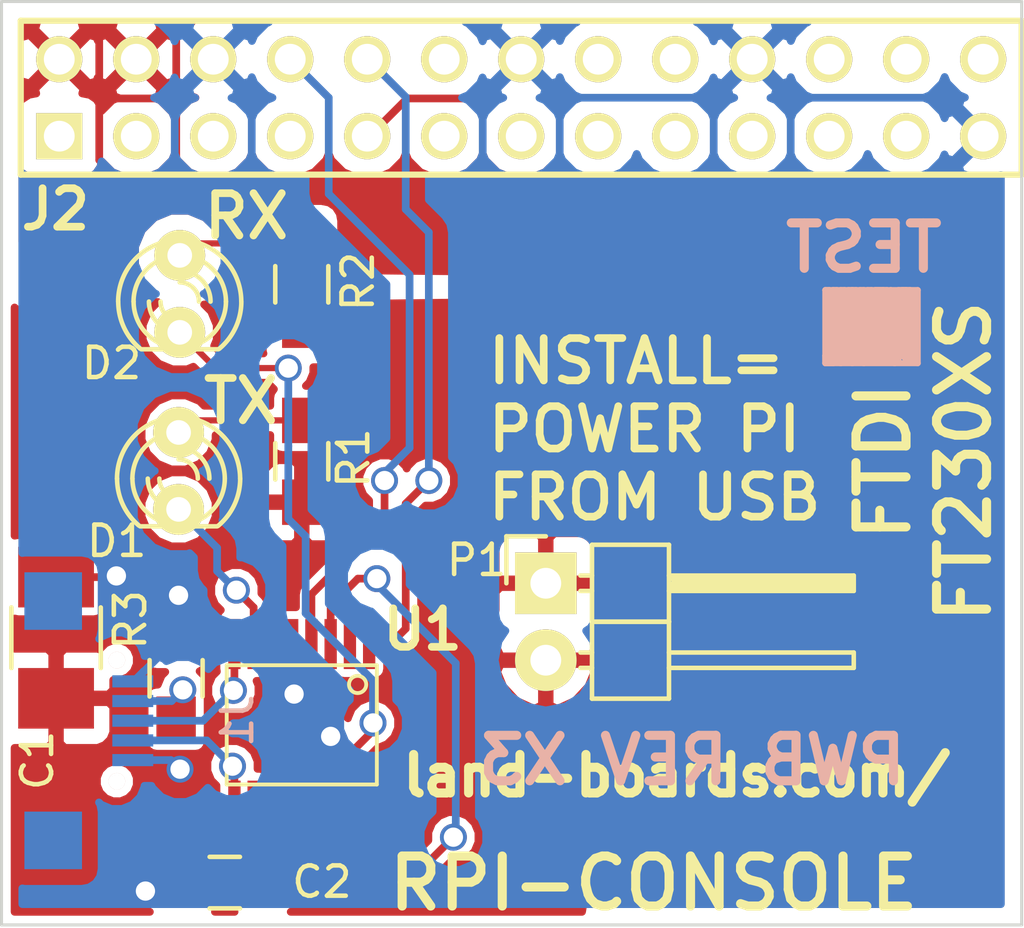
<source format=kicad_pcb>
(kicad_pcb (version 4) (host pcbnew 4.0.1-stable)

  (general
    (links 28)
    (no_connects 0)
    (area 136.224 72.949999 172.137601 103.530001)
    (thickness 1.6)
    (drawings 71)
    (tracks 121)
    (zones 0)
    (modules 13)
    (nets 14)
  )

  (page A)
  (title_block
    (title RasPi-GVS-Plus-CFG)
    (rev X1)
    (company land-boards.com)
  )

  (layers
    (0 F.Cu signal)
    (31 B.Cu signal hide)
    (36 B.SilkS user)
    (37 F.SilkS user)
    (38 B.Mask user)
    (39 F.Mask user)
    (40 Dwgs.User user)
    (41 Cmts.User user)
    (44 Edge.Cuts user)
  )

  (setup
    (last_trace_width 0.254)
    (user_trace_width 0.2032)
    (user_trace_width 0.635)
    (trace_clearance 0.2032)
    (zone_clearance 0.254)
    (zone_45_only no)
    (trace_min 0.2032)
    (segment_width 0.2)
    (edge_width 0.1)
    (via_size 0.889)
    (via_drill 0.635)
    (via_min_size 0.889)
    (via_min_drill 0.508)
    (uvia_size 0.508)
    (uvia_drill 0.127)
    (uvias_allowed no)
    (uvia_min_size 0.508)
    (uvia_min_drill 0.127)
    (pcb_text_width 0.3)
    (pcb_text_size 1.5 1.5)
    (mod_edge_width 0.15)
    (mod_text_size 1.27 1.27)
    (mod_text_width 0.254)
    (pad_size 4.2418 4.2418)
    (pad_drill 2.49936)
    (pad_to_mask_clearance 0)
    (aux_axis_origin 0 0)
    (visible_elements 7FFFFF7F)
    (pcbplotparams
      (layerselection 0x010f0_80000001)
      (usegerberextensions true)
      (excludeedgelayer true)
      (linewidth 0.150000)
      (plotframeref false)
      (viasonmask false)
      (mode 1)
      (useauxorigin false)
      (hpglpennumber 1)
      (hpglpenspeed 20)
      (hpglpendiameter 15)
      (hpglpenoverlay 2)
      (psnegative false)
      (psa4output false)
      (plotreference true)
      (plotvalue true)
      (plotinvisibletext false)
      (padsonsilk false)
      (subtractmaskfromsilk false)
      (outputformat 1)
      (mirror false)
      (drillshape 0)
      (scaleselection 1)
      (outputdirectory plots/))
  )

  (net 0 "")
  (net 1 /+3.3V-USB)
  (net 2 /+5V)
  (net 3 /+5V-USB)
  (net 4 /DM)
  (net 5 /DP)
  (net 6 /GND)
  (net 7 /PI2USB)
  (net 8 /PUP0)
  (net 9 /PUP1)
  (net 10 /RXLED*)
  (net 11 /TXLED*)
  (net 12 /USB2PI)
  (net 13 "Net-(J1-Pad4)")

  (net_class Default "This is the default net class."
    (clearance 0.2032)
    (trace_width 0.254)
    (via_dia 0.889)
    (via_drill 0.635)
    (uvia_dia 0.508)
    (uvia_drill 0.127)
    (add_net /+3.3V-USB)
    (add_net /+5V)
    (add_net /+5V-USB)
    (add_net /DM)
    (add_net /DP)
    (add_net /GND)
    (add_net /PI2USB)
    (add_net /PUP0)
    (add_net /PUP1)
    (add_net /RXLED*)
    (add_net /TXLED*)
    (add_net /USB2PI)
    (add_net "Net-(J1-Pad4)")
  )

  (net_class POWER025 ""
    (clearance 0.381)
    (trace_width 0.635)
    (via_dia 0.889)
    (via_drill 0.635)
    (uvia_dia 0.508)
    (uvia_drill 0.127)
  )

  (module Capacitors_SMD:C_1210_HandSoldering (layer F.Cu) (tedit 56269AC2) (tstamp 56269545)
    (at 139.8 94 90)
    (descr "Capacitor SMD 1210, hand soldering")
    (tags "capacitor 1210")
    (path /54848979)
    (attr smd)
    (fp_text reference C1 (at -4.05 -0.62 90) (layer F.SilkS)
      (effects (font (size 1 1) (thickness 0.15)))
    )
    (fp_text value 10uF (at 0 2.7 90) (layer Dwgs.User) hide
      (effects (font (size 1 1) (thickness 0.15)))
    )
    (fp_line (start -3.3 -1.6) (end 3.3 -1.6) (layer F.CrtYd) (width 0.05))
    (fp_line (start -3.3 1.6) (end 3.3 1.6) (layer F.CrtYd) (width 0.05))
    (fp_line (start -3.3 -1.6) (end -3.3 1.6) (layer F.CrtYd) (width 0.05))
    (fp_line (start 3.3 -1.6) (end 3.3 1.6) (layer F.CrtYd) (width 0.05))
    (fp_line (start 1 -1.475) (end -1 -1.475) (layer F.SilkS) (width 0.15))
    (fp_line (start -1 1.475) (end 1 1.475) (layer F.SilkS) (width 0.15))
    (pad 1 smd rect (at -2 0 90) (size 2 2.5) (layers F.Cu F.Mask)
      (net 3 /+5V-USB))
    (pad 2 smd rect (at 2 0 90) (size 2 2.5) (layers F.Cu F.Mask)
      (net 6 /GND))
    (model Capacitors_SMD.3dshapes/C_1210_HandSoldering.wrl
      (at (xyz 0 0 0))
      (scale (xyz 1 1 1))
      (rotate (xyz 0 0 0))
    )
  )

  (module FIDUCIAL (layer F.Cu) (tedit 518BF783) (tstamp 53F20D67)
    (at 139.778 82.144)
    (path /53F2073B)
    (fp_text reference FID1 (at 0 2.3495) (layer F.SilkS) hide
      (effects (font (size 1.27 1.27) (thickness 0.254)))
    )
    (fp_text value CONN_1 (at 0.127 -2.794) (layer F.SilkS) hide
      (effects (font (size 1.016 1.016) (thickness 0.2032)))
    )
    (pad 1 smd circle (at 0 0) (size 1 1) (layers F.Cu F.Mask)
      (solder_mask_margin 1) (clearance 1))
  )

  (module FIDUCIAL (layer F.Cu) (tedit 553672E7) (tstamp 53F20D6C)
    (at 168.48 81.382)
    (path /53F2074A)
    (fp_text reference FID2 (at 0 2.3495) (layer F.SilkS) hide
      (effects (font (size 1.27 1.27) (thickness 0.254)))
    )
    (fp_text value CONN_1 (at 0.127 -2.794) (layer F.SilkS) hide
      (effects (font (size 1.016 1.016) (thickness 0.2032)))
    )
    (pad 1 smd circle (at 1.27 20.066) (size 1 1) (layers F.Cu F.Mask)
      (solder_mask_margin 1) (clearance 1))
  )

  (module ssop-16 (layer F.Cu) (tedit 55367D23) (tstamp 53CE8BDE)
    (at 147.906 96.876 180)
    (descr SSOP-16)
    (path /54848999)
    (clearance 0.1524)
    (attr smd)
    (fp_text reference U1 (at -3.986 3.15 180) (layer F.SilkS)
      (effects (font (size 1.27 1.27) (thickness 0.254)))
    )
    (fp_text value FT230XS (at 0 -0.89916 180) (layer F.SilkS) hide
      (effects (font (size 0.50038 0.50038) (thickness 0.09906)))
    )
    (fp_line (start -2.4765 1.9685) (end 2.4765 1.9685) (layer F.SilkS) (width 0.127))
    (fp_line (start 2.4765 1.9685) (end 2.4765 -1.9685) (layer F.SilkS) (width 0.127))
    (fp_line (start 2.4765 -1.9685) (end -2.4765 -1.9685) (layer F.SilkS) (width 0.127))
    (fp_line (start -2.4765 -1.9685) (end -2.4765 1.9685) (layer F.SilkS) (width 0.127))
    (fp_circle (center -1.8415 1.3335) (end -1.9685 1.5875) (layer F.SilkS) (width 0.127))
    (pad 4 smd rect (at -0.3175 2.667 180) (size 0.4064 1.651) (layers F.Cu F.Mask)
      (net 7 /PI2USB))
    (pad 5 smd rect (at 0.3175 2.667 180) (size 0.4064 1.651) (layers F.Cu F.Mask)
      (net 6 /GND))
    (pad 6 smd rect (at 0.9525 2.667 180) (size 0.4064 1.651) (layers F.Cu F.Mask))
    (pad 7 smd rect (at 1.5875 2.667 180) (size 0.4064 1.651) (layers F.Cu F.Mask)
      (net 11 /TXLED*))
    (pad 16 smd rect (at -2.2225 -2.667 180) (size 0.4064 1.651) (layers F.Cu F.Mask))
    (pad 1 smd rect (at -2.2225 2.667 180) (size 0.4064 1.651) (layers F.Cu F.Mask)
      (net 12 /USB2PI))
    (pad 2 smd rect (at -1.5875 2.667 180) (size 0.4064 1.651) (layers F.Cu F.Mask))
    (pad 3 smd rect (at -0.9525 2.667 180) (size 0.4064 1.651) (layers F.Cu F.Mask)
      (net 1 /+3.3V-USB))
    (pad 9 smd rect (at 2.2225 -2.667 180) (size 0.4064 1.651) (layers F.Cu F.Mask)
      (net 4 /DM))
    (pad 10 smd rect (at 1.5875 -2.667 180) (size 0.4064 1.651) (layers F.Cu F.Mask)
      (net 1 /+3.3V-USB))
    (pad 11 smd rect (at 0.9525 -2.667 180) (size 0.4064 1.651) (layers F.Cu F.Mask))
    (pad 12 smd rect (at 0.3175 -2.667 180) (size 0.4064 1.651) (layers F.Cu F.Mask)
      (net 3 /+5V-USB))
    (pad 13 smd rect (at -0.3175 -2.667 180) (size 0.4064 1.651) (layers F.Cu F.Mask)
      (net 6 /GND))
    (pad 14 smd rect (at -0.9525 -2.667 180) (size 0.4064 1.651) (layers F.Cu F.Mask)
      (net 10 /RXLED*))
    (pad 8 smd rect (at 2.2225 2.667 180) (size 0.4064 1.651) (layers F.Cu F.Mask)
      (net 5 /DP))
    (pad 15 smd rect (at -1.5875 -2.667 180) (size 0.4064 1.651) (layers F.Cu F.Mask))
    (model smd/smd_dil/ssop-16.wrl
      (at (xyz 0 0 0))
      (scale (xyz 1 1 1))
      (rotate (xyz 0 0 0))
    )
  )

  (module pin_array_13x2 (layer F.Cu) (tedit 56266096) (tstamp 54848BB4)
    (at 155.145 76.175)
    (descr "2 x 13 pins connector")
    (tags CONN)
    (path /54848B62)
    (clearance 0.2032)
    (fp_text reference J2 (at -15.367 3.683) (layer F.SilkS)
      (effects (font (size 1.27 1.27) (thickness 0.254)))
    )
    (fp_text value RASPIO (at 6.145 3.454) (layer F.SilkS) hide
      (effects (font (size 1.016 1.016) (thickness 0.2032)))
    )
    (fp_line (start -16.51 2.54) (end 16.51 2.54) (layer F.SilkS) (width 0.2032))
    (fp_line (start 16.51 -2.54) (end -16.51 -2.54) (layer F.SilkS) (width 0.2032))
    (fp_line (start -16.51 -2.54) (end -16.51 2.54) (layer F.SilkS) (width 0.2032))
    (fp_line (start 16.51 2.54) (end 16.51 -2.54) (layer F.SilkS) (width 0.2032))
    (pad 1 thru_hole rect (at -15.24 1.27) (size 1.524 1.524) (drill 1.016) (layers *.Cu *.Mask F.SilkS))
    (pad 2 thru_hole circle (at -15.24 -1.27) (size 1.524 1.524) (drill 1.016) (layers *.Cu *.Mask F.SilkS)
      (net 2 /+5V))
    (pad 3 thru_hole circle (at -12.7 1.27) (size 1.524 1.524) (drill 1.016) (layers *.Cu *.Mask F.SilkS))
    (pad 4 thru_hole circle (at -12.7 -1.27) (size 1.524 1.524) (drill 1.016) (layers *.Cu *.Mask F.SilkS)
      (net 2 /+5V))
    (pad 5 thru_hole circle (at -10.16 1.27) (size 1.524 1.524) (drill 1.016) (layers *.Cu *.Mask F.SilkS))
    (pad 6 thru_hole circle (at -10.16 -1.27) (size 1.524 1.524) (drill 1.016) (layers *.Cu *.Mask F.SilkS)
      (net 6 /GND))
    (pad 7 thru_hole circle (at -7.62 1.27) (size 1.524 1.524) (drill 1.016) (layers *.Cu *.Mask F.SilkS))
    (pad 8 thru_hole circle (at -7.62 -1.27) (size 1.524 1.524) (drill 1.016) (layers *.Cu *.Mask F.SilkS)
      (net 7 /PI2USB))
    (pad 9 thru_hole circle (at -5.08 1.27) (size 1.524 1.524) (drill 1.016) (layers *.Cu *.Mask F.SilkS)
      (net 6 /GND))
    (pad 10 thru_hole circle (at -5.08 -1.27) (size 1.524 1.524) (drill 1.016) (layers *.Cu *.Mask F.SilkS)
      (net 12 /USB2PI))
    (pad 11 thru_hole circle (at -2.54 1.27) (size 1.524 1.524) (drill 1.016) (layers *.Cu *.Mask F.SilkS))
    (pad 12 thru_hole circle (at -2.54 -1.27) (size 1.524 1.524) (drill 1.016) (layers *.Cu *.Mask F.SilkS))
    (pad 13 thru_hole circle (at 0 1.27) (size 1.524 1.524) (drill 1.016) (layers *.Cu *.Mask F.SilkS))
    (pad 14 thru_hole circle (at 0 -1.27) (size 1.524 1.524) (drill 1.016) (layers *.Cu *.Mask F.SilkS)
      (net 6 /GND))
    (pad 15 thru_hole circle (at 2.54 1.27) (size 1.524 1.524) (drill 1.016) (layers *.Cu *.Mask F.SilkS))
    (pad 16 thru_hole circle (at 2.54 -1.27) (size 1.524 1.524) (drill 1.016) (layers *.Cu *.Mask F.SilkS))
    (pad 17 thru_hole circle (at 5.08 1.27) (size 1.524 1.524) (drill 1.016) (layers *.Cu *.Mask F.SilkS))
    (pad 18 thru_hole circle (at 5.08 -1.27) (size 1.524 1.524) (drill 1.016) (layers *.Cu *.Mask F.SilkS))
    (pad 19 thru_hole circle (at 7.62 1.27) (size 1.524 1.524) (drill 1.016) (layers *.Cu *.Mask F.SilkS))
    (pad 20 thru_hole circle (at 7.62 -1.27) (size 1.524 1.524) (drill 1.016) (layers *.Cu *.Mask F.SilkS)
      (net 6 /GND))
    (pad 21 thru_hole circle (at 10.16 1.27) (size 1.524 1.524) (drill 1.016) (layers *.Cu *.Mask F.SilkS))
    (pad 22 thru_hole circle (at 10.16 -1.27) (size 1.524 1.524) (drill 1.016) (layers *.Cu *.Mask F.SilkS))
    (pad 23 thru_hole circle (at 12.7 1.27) (size 1.524 1.524) (drill 1.016) (layers *.Cu *.Mask F.SilkS))
    (pad 24 thru_hole circle (at 12.7 -1.27) (size 1.524 1.524) (drill 1.016) (layers *.Cu *.Mask F.SilkS))
    (pad 25 thru_hole circle (at 15.24 1.27) (size 1.524 1.524) (drill 1.016) (layers *.Cu *.Mask F.SilkS)
      (net 6 /GND))
    (pad 26 thru_hole circle (at 15.24 -1.27) (size 1.524 1.524) (drill 1.016) (layers *.Cu *.Mask F.SilkS))
    (model pin_array/pins_array_13x2.wrl
      (at (xyz 0 0 0))
      (scale (xyz 1 1 1))
      (rotate (xyz 0 0 0))
    )
  )

  (module LEDs:LED-3MM (layer F.Cu) (tedit 5626AA32) (tstamp 5536AE98)
    (at 143.842 88.494 270)
    (descr "LED 3mm - Lead pitch 100mil (2,54mm)")
    (tags "LED led 3mm 3MM 100mil 2,54mm")
    (path /548489AA)
    (fp_text reference D1 (at 2.316 2.042 360) (layer F.SilkS)
      (effects (font (size 1 1) (thickness 0.15)))
    )
    (fp_text value LED (at 0 2.54 270) (layer F.SilkS) hide
      (effects (font (size 1 1) (thickness 0.15)))
    )
    (fp_line (start 1.8288 1.27) (end 1.8288 -1.27) (layer F.SilkS) (width 0.15))
    (fp_arc (start 0.254 0) (end -1.27 0) (angle 39.8) (layer F.SilkS) (width 0.15))
    (fp_arc (start 0.254 0) (end -0.88392 1.01092) (angle 41.6) (layer F.SilkS) (width 0.15))
    (fp_arc (start 0.254 0) (end 1.4097 -0.9906) (angle 40.6) (layer F.SilkS) (width 0.15))
    (fp_arc (start 0.254 0) (end 1.778 0) (angle 39.8) (layer F.SilkS) (width 0.15))
    (fp_arc (start 0.254 0) (end 0.254 -1.524) (angle 54.4) (layer F.SilkS) (width 0.15))
    (fp_arc (start 0.254 0) (end -0.9652 -0.9144) (angle 53.1) (layer F.SilkS) (width 0.15))
    (fp_arc (start 0.254 0) (end 1.45542 0.93472) (angle 52.1) (layer F.SilkS) (width 0.15))
    (fp_arc (start 0.254 0) (end 0.254 1.524) (angle 52.1) (layer F.SilkS) (width 0.15))
    (fp_arc (start 0.254 0) (end -0.381 0) (angle 90) (layer F.SilkS) (width 0.15))
    (fp_arc (start 0.254 0) (end -0.762 0) (angle 90) (layer F.SilkS) (width 0.15))
    (fp_arc (start 0.254 0) (end 0.889 0) (angle 90) (layer F.SilkS) (width 0.15))
    (fp_arc (start 0.254 0) (end 1.27 0) (angle 90) (layer F.SilkS) (width 0.15))
    (fp_arc (start 0.254 0) (end 0.254 -2.032) (angle 50.1) (layer F.SilkS) (width 0.15))
    (fp_arc (start 0.254 0) (end -1.5367 -0.95504) (angle 61.9) (layer F.SilkS) (width 0.15))
    (fp_arc (start 0.254 0) (end 1.8034 1.31064) (angle 49.7) (layer F.SilkS) (width 0.15))
    (fp_arc (start 0.254 0) (end 0.254 2.032) (angle 60.2) (layer F.SilkS) (width 0.15))
    (fp_arc (start 0.254 0) (end -1.778 0) (angle 28.3) (layer F.SilkS) (width 0.15))
    (fp_arc (start 0.254 0) (end -1.47574 1.06426) (angle 31.6) (layer F.SilkS) (width 0.15))
    (pad 1 thru_hole circle (at -1.27 0 270) (size 1.6764 1.6764) (drill 0.8128) (layers *.Cu *.Mask F.SilkS)
      (net 8 /PUP0))
    (pad 2 thru_hole circle (at 1.27 0 270) (size 1.6764 1.6764) (drill 0.8128) (layers *.Cu *.Mask F.SilkS)
      (net 11 /TXLED*))
    (model LEDs.3dshapes/LED-3MM.wrl
      (at (xyz 0 0 0))
      (scale (xyz 1 1 1))
      (rotate (xyz 0 0 0))
    )
  )

  (module LEDs:LED-3MM (layer F.Cu) (tedit 5626AA34) (tstamp 5536AEB0)
    (at 143.88 82.65 270)
    (descr "LED 3mm - Lead pitch 100mil (2,54mm)")
    (tags "LED led 3mm 3MM 100mil 2,54mm")
    (path /548489B0)
    (fp_text reference D2 (at 2.29 2.25 360) (layer F.SilkS)
      (effects (font (size 1 1) (thickness 0.15)))
    )
    (fp_text value LED (at 0 2.54 270) (layer F.SilkS) hide
      (effects (font (size 1 1) (thickness 0.15)))
    )
    (fp_line (start 1.8288 1.27) (end 1.8288 -1.27) (layer F.SilkS) (width 0.15))
    (fp_arc (start 0.254 0) (end -1.27 0) (angle 39.8) (layer F.SilkS) (width 0.15))
    (fp_arc (start 0.254 0) (end -0.88392 1.01092) (angle 41.6) (layer F.SilkS) (width 0.15))
    (fp_arc (start 0.254 0) (end 1.4097 -0.9906) (angle 40.6) (layer F.SilkS) (width 0.15))
    (fp_arc (start 0.254 0) (end 1.778 0) (angle 39.8) (layer F.SilkS) (width 0.15))
    (fp_arc (start 0.254 0) (end 0.254 -1.524) (angle 54.4) (layer F.SilkS) (width 0.15))
    (fp_arc (start 0.254 0) (end -0.9652 -0.9144) (angle 53.1) (layer F.SilkS) (width 0.15))
    (fp_arc (start 0.254 0) (end 1.45542 0.93472) (angle 52.1) (layer F.SilkS) (width 0.15))
    (fp_arc (start 0.254 0) (end 0.254 1.524) (angle 52.1) (layer F.SilkS) (width 0.15))
    (fp_arc (start 0.254 0) (end -0.381 0) (angle 90) (layer F.SilkS) (width 0.15))
    (fp_arc (start 0.254 0) (end -0.762 0) (angle 90) (layer F.SilkS) (width 0.15))
    (fp_arc (start 0.254 0) (end 0.889 0) (angle 90) (layer F.SilkS) (width 0.15))
    (fp_arc (start 0.254 0) (end 1.27 0) (angle 90) (layer F.SilkS) (width 0.15))
    (fp_arc (start 0.254 0) (end 0.254 -2.032) (angle 50.1) (layer F.SilkS) (width 0.15))
    (fp_arc (start 0.254 0) (end -1.5367 -0.95504) (angle 61.9) (layer F.SilkS) (width 0.15))
    (fp_arc (start 0.254 0) (end 1.8034 1.31064) (angle 49.7) (layer F.SilkS) (width 0.15))
    (fp_arc (start 0.254 0) (end 0.254 2.032) (angle 60.2) (layer F.SilkS) (width 0.15))
    (fp_arc (start 0.254 0) (end -1.778 0) (angle 28.3) (layer F.SilkS) (width 0.15))
    (fp_arc (start 0.254 0) (end -1.47574 1.06426) (angle 31.6) (layer F.SilkS) (width 0.15))
    (pad 1 thru_hole circle (at -1.27 0 270) (size 1.6764 1.6764) (drill 0.8128) (layers *.Cu *.Mask F.SilkS)
      (net 9 /PUP1))
    (pad 2 thru_hole circle (at 1.27 0 270) (size 1.6764 1.6764) (drill 0.8128) (layers *.Cu *.Mask F.SilkS)
      (net 10 /RXLED*))
    (model LEDs.3dshapes/LED-3MM.wrl
      (at (xyz 0 0 0))
      (scale (xyz 1 1 1))
      (rotate (xyz 0 0 0))
    )
  )

  (module Resistors_SMD:R_0805_HandSoldering (layer F.Cu) (tedit 56269ACA) (tstamp 562666D7)
    (at 143.76 95.34 90)
    (descr "Resistor SMD 0805, hand soldering")
    (tags "resistor 0805")
    (path /562667AB)
    (attr smd)
    (fp_text reference R3 (at 1.93 -1.51 90) (layer F.SilkS)
      (effects (font (size 1 1) (thickness 0.15)))
    )
    (fp_text value 130K (at 0 2.1 90) (layer Dwgs.User) hide
      (effects (font (size 1 1) (thickness 0.15)))
    )
    (fp_line (start -2.4 -1) (end 2.4 -1) (layer F.CrtYd) (width 0.05))
    (fp_line (start -2.4 1) (end 2.4 1) (layer F.CrtYd) (width 0.05))
    (fp_line (start -2.4 -1) (end -2.4 1) (layer F.CrtYd) (width 0.05))
    (fp_line (start 2.4 -1) (end 2.4 1) (layer F.CrtYd) (width 0.05))
    (fp_line (start 0.6 0.875) (end -0.6 0.875) (layer F.SilkS) (width 0.15))
    (fp_line (start -0.6 -0.875) (end 0.6 -0.875) (layer F.SilkS) (width 0.15))
    (pad 1 smd rect (at -1.35 0 90) (size 1.5 1.3) (layers F.Cu F.Mask)
      (net 13 "Net-(J1-Pad4)"))
    (pad 2 smd rect (at 1.35 0 90) (size 1.5 1.3) (layers F.Cu F.Mask)
      (net 6 /GND))
    (model Resistors_SMD.3dshapes/R_0805_HandSoldering.wrl
      (at (xyz 0 0 0))
      (scale (xyz 1 1 1))
      (rotate (xyz 0 0 0))
    )
  )

  (module Capacitors_SMD:C_0805_HandSoldering (layer F.Cu) (tedit 56269ABF) (tstamp 56269550)
    (at 145.366 102.083 180)
    (descr "Capacitor SMD 0805, hand soldering")
    (tags "capacitor 0805")
    (path /5484896F)
    (attr smd)
    (fp_text reference C2 (at -3.204 0.023 180) (layer F.SilkS)
      (effects (font (size 1 1) (thickness 0.15)))
    )
    (fp_text value 0.1uF (at 0 2.1 180) (layer F.SilkS) hide
      (effects (font (size 1 1) (thickness 0.15)))
    )
    (fp_line (start -2.3 -1) (end 2.3 -1) (layer F.CrtYd) (width 0.05))
    (fp_line (start -2.3 1) (end 2.3 1) (layer F.CrtYd) (width 0.05))
    (fp_line (start -2.3 -1) (end -2.3 1) (layer F.CrtYd) (width 0.05))
    (fp_line (start 2.3 -1) (end 2.3 1) (layer F.CrtYd) (width 0.05))
    (fp_line (start 0.5 -0.85) (end -0.5 -0.85) (layer F.SilkS) (width 0.15))
    (fp_line (start -0.5 0.85) (end 0.5 0.85) (layer F.SilkS) (width 0.15))
    (pad 1 smd rect (at -1.25 0 180) (size 1.5 1.25) (layers F.Cu F.Mask)
      (net 1 /+3.3V-USB))
    (pad 2 smd rect (at 1.25 0 180) (size 1.5 1.25) (layers F.Cu F.Mask)
      (net 6 /GND))
    (model Capacitors_SMD.3dshapes/C_0805_HandSoldering.wrl
      (at (xyz 0 0 0))
      (scale (xyz 1 1 1))
      (rotate (xyz 0 0 0))
    )
  )

  (module Resistors_SMD:R_0805_HandSoldering (layer F.Cu) (tedit 5626A9C0) (tstamp 56269567)
    (at 147.906 88.1765 90)
    (descr "Resistor SMD 0805, hand soldering")
    (tags "resistor 0805")
    (path /54848962)
    (attr smd)
    (fp_text reference R1 (at 0.1065 1.704 90) (layer F.SilkS)
      (effects (font (size 1 1) (thickness 0.15)))
    )
    (fp_text value 270 (at 0 2.1 90) (layer Dwgs.User) hide
      (effects (font (size 1 1) (thickness 0.15)))
    )
    (fp_line (start -2.4 -1) (end 2.4 -1) (layer F.CrtYd) (width 0.05))
    (fp_line (start -2.4 1) (end 2.4 1) (layer F.CrtYd) (width 0.05))
    (fp_line (start -2.4 -1) (end -2.4 1) (layer F.CrtYd) (width 0.05))
    (fp_line (start 2.4 -1) (end 2.4 1) (layer F.CrtYd) (width 0.05))
    (fp_line (start 0.6 0.875) (end -0.6 0.875) (layer F.SilkS) (width 0.15))
    (fp_line (start -0.6 -0.875) (end 0.6 -0.875) (layer F.SilkS) (width 0.15))
    (pad 1 smd rect (at -1.35 0 90) (size 1.5 1.3) (layers F.Cu F.Mask)
      (net 3 /+5V-USB))
    (pad 2 smd rect (at 1.35 0 90) (size 1.5 1.3) (layers F.Cu F.Mask)
      (net 8 /PUP0))
    (model Resistors_SMD.3dshapes/R_0805_HandSoldering.wrl
      (at (xyz 0 0 0))
      (scale (xyz 1 1 1))
      (rotate (xyz 0 0 0))
    )
  )

  (module Resistors_SMD:R_0805_HandSoldering (layer F.Cu) (tedit 5626A9BD) (tstamp 56269572)
    (at 147.906 82.3345 90)
    (descr "Resistor SMD 0805, hand soldering")
    (tags "resistor 0805")
    (path /54848958)
    (attr smd)
    (fp_text reference R2 (at 0.0945 1.854 90) (layer F.SilkS)
      (effects (font (size 1 1) (thickness 0.15)))
    )
    (fp_text value 270 (at 0 2.1 90) (layer Dwgs.User) hide
      (effects (font (size 1 1) (thickness 0.15)))
    )
    (fp_line (start -2.4 -1) (end 2.4 -1) (layer F.CrtYd) (width 0.05))
    (fp_line (start -2.4 1) (end 2.4 1) (layer F.CrtYd) (width 0.05))
    (fp_line (start -2.4 -1) (end -2.4 1) (layer F.CrtYd) (width 0.05))
    (fp_line (start 2.4 -1) (end 2.4 1) (layer F.CrtYd) (width 0.05))
    (fp_line (start 0.6 0.875) (end -0.6 0.875) (layer F.SilkS) (width 0.15))
    (fp_line (start -0.6 -0.875) (end 0.6 -0.875) (layer F.SilkS) (width 0.15))
    (pad 1 smd rect (at -1.35 0 90) (size 1.5 1.3) (layers F.Cu F.Mask)
      (net 3 /+5V-USB))
    (pad 2 smd rect (at 1.35 0 90) (size 1.5 1.3) (layers F.Cu F.Mask)
      (net 9 /PUP1))
    (model Resistors_SMD.3dshapes/R_0805_HandSoldering.wrl
      (at (xyz 0 0 0))
      (scale (xyz 1 1 1))
      (rotate (xyz 0 0 0))
    )
  )

  (module DougsNewMods:USB_Micro-B-Wellco-SMT (layer B.Cu) (tedit 56269979) (tstamp 5626955B)
    (at 142.33 96.74 90)
    (descr "Micro USB Type B Receptacle")
    (tags "USB USB_B USB_micro USB_OTG")
    (path /562660F8)
    (attr smd)
    (fp_text reference J1 (at 0 3.45 90) (layer B.SilkS)
      (effects (font (size 1 1) (thickness 0.15)) (justify mirror))
    )
    (fp_text value USB-MICRO-B (at 0 -4.8 90) (layer Dwgs.User) hide
      (effects (font (size 1 1) (thickness 0.15)))
    )
    (pad 1 smd rect (at -1.3 0 90) (size 0.4 1.35) (layers B.Cu B.Mask)
      (net 3 /+5V-USB))
    (pad 2 smd rect (at -0.65 0 90) (size 0.4 1.35) (layers B.Cu B.Mask)
      (net 4 /DM))
    (pad 3 smd rect (at 0 0 90) (size 0.4 1.35) (layers B.Cu B.Mask)
      (net 5 /DP))
    (pad 4 smd rect (at 0.65 0 90) (size 0.4 1.35) (layers B.Cu B.Mask)
      (net 13 "Net-(J1-Pad4)"))
    (pad 5 smd rect (at 1.3 0 90) (size 0.4 1.35) (layers B.Cu B.Mask)
      (net 6 /GND))
    (pad "" np_thru_hole circle (at -2 -0.525) (size 0.55 0.55) (drill 0.55) (layers *.Cu *.Mask B.SilkS))
    (pad "" np_thru_hole circle (at 2 -0.525) (size 0.55 0.55) (drill oval 0.55) (layers *.Cu *.Mask B.SilkS))
    (pad 7 smd rect (at -3.95 -2.625) (size 1.9 1.9) (layers B.Cu B.Mask))
    (pad 6 smd rect (at 3.95 -2.625) (size 1.9 1.9) (layers B.Cu B.Mask))
  )

  (module Pin_Headers:Pin_Header_Angled_1x02 (layer F.Cu) (tedit 578656B5) (tstamp 5626B127)
    (at 155.956 92.202)
    (descr "Through hole pin header")
    (tags "pin header")
    (path /5484B32D)
    (fp_text reference P1 (at -2.286 -0.762) (layer F.SilkS)
      (effects (font (size 1 1) (thickness 0.15)))
    )
    (fp_text value CONN_2 (at 0 -3.1) (layer F.Fab) hide
      (effects (font (size 1 1) (thickness 0.15)))
    )
    (fp_line (start -1.5 -1.75) (end -1.5 4.3) (layer F.CrtYd) (width 0.05))
    (fp_line (start 10.65 -1.75) (end 10.65 4.3) (layer F.CrtYd) (width 0.05))
    (fp_line (start -1.5 -1.75) (end 10.65 -1.75) (layer F.CrtYd) (width 0.05))
    (fp_line (start -1.5 4.3) (end 10.65 4.3) (layer F.CrtYd) (width 0.05))
    (fp_line (start -1.3 -1.55) (end -1.3 0) (layer F.SilkS) (width 0.15))
    (fp_line (start 0 -1.55) (end -1.3 -1.55) (layer F.SilkS) (width 0.15))
    (fp_line (start 4.191 -0.127) (end 10.033 -0.127) (layer F.SilkS) (width 0.15))
    (fp_line (start 10.033 -0.127) (end 10.033 0.127) (layer F.SilkS) (width 0.15))
    (fp_line (start 10.033 0.127) (end 4.191 0.127) (layer F.SilkS) (width 0.15))
    (fp_line (start 4.191 0.127) (end 4.191 0) (layer F.SilkS) (width 0.15))
    (fp_line (start 4.191 0) (end 10.033 0) (layer F.SilkS) (width 0.15))
    (fp_line (start 1.524 -0.254) (end 1.143 -0.254) (layer F.SilkS) (width 0.15))
    (fp_line (start 1.524 0.254) (end 1.143 0.254) (layer F.SilkS) (width 0.15))
    (fp_line (start 1.524 2.286) (end 1.143 2.286) (layer F.SilkS) (width 0.15))
    (fp_line (start 1.524 2.794) (end 1.143 2.794) (layer F.SilkS) (width 0.15))
    (fp_line (start 1.524 -1.27) (end 4.064 -1.27) (layer F.SilkS) (width 0.15))
    (fp_line (start 1.524 1.27) (end 4.064 1.27) (layer F.SilkS) (width 0.15))
    (fp_line (start 1.524 1.27) (end 1.524 3.81) (layer F.SilkS) (width 0.15))
    (fp_line (start 1.524 3.81) (end 4.064 3.81) (layer F.SilkS) (width 0.15))
    (fp_line (start 4.064 2.286) (end 10.16 2.286) (layer F.SilkS) (width 0.15))
    (fp_line (start 10.16 2.286) (end 10.16 2.794) (layer F.SilkS) (width 0.15))
    (fp_line (start 10.16 2.794) (end 4.064 2.794) (layer F.SilkS) (width 0.15))
    (fp_line (start 4.064 3.81) (end 4.064 1.27) (layer F.SilkS) (width 0.15))
    (fp_line (start 4.064 1.27) (end 4.064 -1.27) (layer F.SilkS) (width 0.15))
    (fp_line (start 10.16 0.254) (end 4.064 0.254) (layer F.SilkS) (width 0.15))
    (fp_line (start 10.16 -0.254) (end 10.16 0.254) (layer F.SilkS) (width 0.15))
    (fp_line (start 4.064 -0.254) (end 10.16 -0.254) (layer F.SilkS) (width 0.15))
    (fp_line (start 1.524 1.27) (end 4.064 1.27) (layer F.SilkS) (width 0.15))
    (fp_line (start 1.524 -1.27) (end 1.524 1.27) (layer F.SilkS) (width 0.15))
    (pad 1 thru_hole rect (at 0 0) (size 2.032 2.032) (drill 1.016) (layers *.Cu *.Mask F.SilkS)
      (net 2 /+5V))
    (pad 2 thru_hole oval (at 0 2.54) (size 2.032 2.032) (drill 1.016) (layers *.Cu *.Mask F.SilkS)
      (net 3 /+5V-USB))
    (model Pin_Headers.3dshapes/Pin_Header_Angled_1x02.wrl
      (at (xyz 0 -0.05 0))
      (scale (xyz 1 1 1))
      (rotate (xyz 0 0 90))
    )
  )

  (gr_text TX (at 144.53 86.19) (layer F.SilkS)
    (effects (font (size 1.397 1.397) (thickness 0.254)) (justify left))
  )
  (gr_text RX (at 144.55 80.09) (layer F.SilkS)
    (effects (font (size 1.397 1.397) (thickness 0.254)) (justify left))
  )
  (gr_text "FTDI\nFT230XS" (at 168.42 88.18 90) (layer F.SilkS)
    (effects (font (size 1.651 1.651) (thickness 0.3)))
  )
  (gr_text TEST (at 166.448 81.128) (layer B.SilkS)
    (effects (font (size 1.5 1.5) (thickness 0.3)) (justify mirror))
  )
  (gr_line (start 168.099 82.652) (end 167.972 82.779) (angle 90) (layer B.SilkS) (width 0.2))
  (gr_line (start 168.099 84.811) (end 168.099 82.652) (angle 90) (layer B.SilkS) (width 0.2))
  (gr_line (start 167.972 84.811) (end 168.099 84.811) (angle 90) (layer B.SilkS) (width 0.2))
  (gr_line (start 167.972 82.525) (end 167.972 84.811) (angle 90) (layer B.SilkS) (width 0.2))
  (gr_line (start 167.718 82.525) (end 167.972 82.525) (angle 90) (layer B.SilkS) (width 0.2))
  (gr_line (start 167.718 84.684) (end 167.718 82.525) (angle 90) (layer B.SilkS) (width 0.2))
  (gr_line (start 167.845 84.811) (end 167.718 84.684) (angle 90) (layer B.SilkS) (width 0.2))
  (gr_line (start 167.845 82.525) (end 167.845 84.811) (angle 90) (layer B.SilkS) (width 0.2))
  (gr_line (start 167.591 82.525) (end 167.845 82.525) (angle 90) (layer B.SilkS) (width 0.2))
  (gr_line (start 167.591 84.811) (end 167.591 82.525) (angle 90) (layer B.SilkS) (width 0.2))
  (gr_line (start 167.464 84.938) (end 167.591 84.811) (angle 90) (layer B.SilkS) (width 0.2))
  (gr_line (start 167.464 82.652) (end 167.464 84.938) (angle 90) (layer B.SilkS) (width 0.2))
  (gr_line (start 167.337 82.525) (end 167.464 82.652) (angle 90) (layer B.SilkS) (width 0.2))
  (gr_line (start 167.337 84.811) (end 167.337 82.525) (angle 90) (layer B.SilkS) (width 0.2))
  (gr_line (start 167.21 84.811) (end 167.337 84.811) (angle 90) (layer B.SilkS) (width 0.2))
  (gr_line (start 167.21 82.525) (end 167.21 84.811) (angle 90) (layer B.SilkS) (width 0.2))
  (gr_line (start 167.083 82.525) (end 167.21 82.525) (angle 90) (layer B.SilkS) (width 0.2))
  (gr_line (start 167.083 84.811) (end 167.083 82.525) (angle 90) (layer B.SilkS) (width 0.2))
  (gr_line (start 166.956 84.811) (end 167.083 84.811) (angle 90) (layer B.SilkS) (width 0.2))
  (gr_line (start 166.956 82.525) (end 166.956 84.811) (angle 90) (layer B.SilkS) (width 0.2))
  (gr_line (start 166.829 82.525) (end 166.956 82.525) (angle 90) (layer B.SilkS) (width 0.2))
  (gr_line (start 167.083 82.525) (end 166.829 82.525) (angle 90) (layer B.SilkS) (width 0.2))
  (gr_line (start 166.829 82.525) (end 167.083 82.525) (angle 90) (layer B.SilkS) (width 0.2))
  (gr_line (start 166.829 84.811) (end 166.829 82.525) (angle 90) (layer B.SilkS) (width 0.2))
  (gr_line (start 166.702 84.811) (end 166.829 84.811) (angle 90) (layer B.SilkS) (width 0.2))
  (gr_line (start 166.702 82.525) (end 166.702 84.811) (angle 90) (layer B.SilkS) (width 0.2))
  (gr_line (start 166.575 82.525) (end 166.702 82.525) (angle 90) (layer B.SilkS) (width 0.2))
  (gr_line (start 166.575 84.811) (end 166.575 82.525) (angle 90) (layer B.SilkS) (width 0.2))
  (gr_line (start 166.448 84.938) (end 166.575 84.811) (angle 90) (layer B.SilkS) (width 0.2))
  (gr_line (start 166.448 82.525) (end 166.448 84.938) (angle 90) (layer B.SilkS) (width 0.2))
  (gr_line (start 166.321 82.525) (end 166.448 82.525) (angle 90) (layer B.SilkS) (width 0.2))
  (gr_line (start 166.321 84.811) (end 166.321 82.525) (angle 90) (layer B.SilkS) (width 0.2))
  (gr_line (start 166.194 84.811) (end 166.321 84.811) (angle 90) (layer B.SilkS) (width 0.2))
  (gr_line (start 166.194 82.525) (end 166.194 84.811) (angle 90) (layer B.SilkS) (width 0.2))
  (gr_line (start 166.067 82.525) (end 166.194 82.525) (angle 90) (layer B.SilkS) (width 0.2))
  (gr_line (start 166.067 84.938) (end 166.067 82.525) (angle 90) (layer B.SilkS) (width 0.2))
  (gr_line (start 166.067 82.525) (end 166.067 84.938) (angle 90) (layer B.SilkS) (width 0.2))
  (gr_line (start 165.94 82.525) (end 166.067 82.525) (angle 90) (layer B.SilkS) (width 0.2))
  (gr_line (start 165.94 84.811) (end 165.94 82.525) (angle 90) (layer B.SilkS) (width 0.2))
  (gr_line (start 166.067 84.811) (end 165.94 84.811) (angle 90) (layer B.SilkS) (width 0.2))
  (gr_line (start 165.813 84.811) (end 166.067 84.811) (angle 90) (layer B.SilkS) (width 0.2))
  (gr_line (start 165.813 82.525) (end 165.813 84.811) (angle 90) (layer B.SilkS) (width 0.2))
  (gr_line (start 165.686 82.525) (end 165.813 82.525) (angle 90) (layer B.SilkS) (width 0.2))
  (gr_line (start 165.686 84.938) (end 165.686 82.525) (angle 90) (layer B.SilkS) (width 0.2))
  (gr_line (start 165.559 84.811) (end 165.686 84.938) (angle 90) (layer B.SilkS) (width 0.2))
  (gr_line (start 165.559 82.525) (end 165.559 84.811) (angle 90) (layer B.SilkS) (width 0.2))
  (gr_line (start 165.432 82.525) (end 165.559 82.525) (angle 90) (layer B.SilkS) (width 0.2))
  (gr_line (start 165.432 84.811) (end 165.432 82.525) (angle 90) (layer B.SilkS) (width 0.2))
  (gr_line (start 165.305 84.938) (end 165.432 84.811) (angle 90) (layer B.SilkS) (width 0.2))
  (gr_line (start 165.305 82.525) (end 165.305 84.938) (angle 90) (layer B.SilkS) (width 0.2))
  (gr_line (start 165.178 82.525) (end 165.305 82.525) (angle 90) (layer B.SilkS) (width 0.2))
  (gr_line (start 165.178 84.938) (end 165.178 82.525) (angle 90) (layer B.SilkS) (width 0.2))
  (gr_line (start 165.432 84.938) (end 165.178 84.938) (angle 90) (layer B.SilkS) (width 0.2))
  (gr_line (start 165.178 84.938) (end 165.432 84.938) (angle 90) (layer B.SilkS) (width 0.2))
  (gr_line (start 165.178 84.684) (end 165.178 84.938) (angle 90) (layer B.SilkS) (width 0.2))
  (gr_line (start 165.432 84.938) (end 165.178 84.684) (angle 90) (layer B.SilkS) (width 0.2))
  (gr_line (start 168.226 84.938) (end 165.432 84.938) (angle 90) (layer B.SilkS) (width 0.2))
  (gr_line (start 168.226 82.525) (end 168.226 84.938) (angle 90) (layer B.SilkS) (width 0.2))
  (gr_line (start 165.178 82.525) (end 168.226 82.525) (angle 90) (layer B.SilkS) (width 0.2))
  (gr_text "INSTALL=\nPOWER PI\nFROM USB" (at 153.924 87.122) (layer F.SilkS)
    (effects (font (size 1.397 1.397) (thickness 0.254)) (justify left))
  )
  (gr_text "PWB REV X3" (at 160.782 98.044) (layer B.SilkS)
    (effects (font (size 1.5 1.5) (thickness 0.3)) (justify mirror))
  )
  (gr_text land-boards.com/ (at 160.274 98.552) (layer F.SilkS)
    (effects (font (size 1.27 1.27) (thickness 0.3)))
  )
  (gr_text RPI-CONSOLE (at 159.512 102.108) (layer F.SilkS)
    (effects (font (size 1.651 1.651) (thickness 0.3)))
  )
  (gr_line (start 138 73) (end 171.655 73) (angle 90) (layer Edge.Cuts) (width 0.1))
  (gr_line (start 138 103.48) (end 138 73) (angle 90) (layer Edge.Cuts) (width 0.1))
  (gr_line (start 171.655 103.48) (end 138 103.48) (angle 90) (layer Edge.Cuts) (width 0.1))
  (gr_line (start 171.655 73) (end 171.655 103.48) (angle 90) (layer Edge.Cuts) (width 0.1))

  (segment (start 148.8585 94.209) (end 148.8585 92.9495) (width 0.254) (layer F.Cu) (net 1))
  (segment (start 149.758 92.05) (end 150.3825 92.05) (width 0.254) (layer F.Cu) (net 1) (tstamp 57865638))
  (segment (start 148.8585 92.9495) (end 149.758 92.05) (width 0.254) (layer F.Cu) (net 1) (tstamp 57865634))
  (segment (start 146.3185 102.083) (end 151.409 102.083) (width 0.254) (layer F.Cu) (net 1) (status 10))
  (segment (start 150.3825 92.2405) (end 152.986 94.844) (width 0.254) (layer B.Cu) (net 1) (tstamp 55367653))
  (via (at 150.3825 92.05) (size 0.889) (layers F.Cu B.Cu) (net 1))
  (segment (start 150.3825 92.05) (end 150.3825 92.2405) (width 0.254) (layer B.Cu) (net 1))
  (segment (start 151.409 102.083) (end 152.908 100.584) (width 0.254) (layer F.Cu) (net 1) (tstamp 55367ADA))
  (via (at 152.908 100.584) (size 0.889) (layers F.Cu B.Cu) (net 1))
  (segment (start 152.908 100.584) (end 152.986 100.506) (width 0.254) (layer B.Cu) (net 1) (tstamp 55367AE0))
  (segment (start 152.986 100.506) (end 152.986 94.844) (width 0.254) (layer B.Cu) (net 1) (tstamp 55367AE1))
  (segment (start 146.3185 99.543) (end 146.3185 102.083) (width 0.2032) (layer F.Cu) (net 1) (status 30))
  (segment (start 141.224 76.2) (end 141.224 78.232) (width 0.254) (layer F.Cu) (net 2))
  (segment (start 141.224 78.232) (end 141.478 78.486) (width 0.254) (layer F.Cu) (net 2) (tstamp 578656A2))
  (segment (start 141.224 76.2) (end 141.224 73.914) (width 0.254) (layer F.Cu) (net 2))
  (segment (start 143.764 76.2) (end 143.764 73.914) (width 0.254) (layer F.Cu) (net 2))
  (segment (start 141.224 76.2) (end 143.764 76.2) (width 0.254) (layer F.Cu) (net 2))
  (segment (start 143.764 76.2) (end 143.764 78.232) (width 0.254) (layer F.Cu) (net 2) (tstamp 553679D3))
  (segment (start 139.905 74.905) (end 139.929 74.905) (width 0.254) (layer F.Cu) (net 2) (status 30))
  (segment (start 139.929 74.905) (end 141.224 76.2) (width 0.254) (layer F.Cu) (net 2) (tstamp 553679CF) (status 10))
  (segment (start 143.59 98.04) (end 143.89 98.34) (width 0.254) (layer B.Cu) (net 3) (tstamp 56269AF2))
  (via (at 143.89 98.34) (size 0.889) (layers F.Cu B.Cu) (net 3))
  (segment (start 142.33 98.04) (end 143.59 98.04) (width 0.254) (layer B.Cu) (net 3))
  (segment (start 145.6835 98.3035) (end 145.62 98.24) (width 0.254) (layer F.Cu) (net 4) (tstamp 56269A1E))
  (via (at 145.62 98.24) (size 0.889) (layers F.Cu B.Cu) (net 4))
  (segment (start 145.62 98.24) (end 144.77 97.39) (width 0.254) (layer B.Cu) (net 4) (tstamp 56269A20))
  (segment (start 144.77 97.39) (end 142.33 97.39) (width 0.254) (layer B.Cu) (net 4) (tstamp 56269A21))
  (segment (start 145.6835 99.543) (end 145.6835 98.3035) (width 0.254) (layer F.Cu) (net 4))
  (segment (start 144.65 96.74) (end 145.65 95.74) (width 0.254) (layer B.Cu) (net 5) (tstamp 56269A18))
  (via (at 145.65 95.74) (size 0.889) (layers F.Cu B.Cu) (net 5))
  (segment (start 145.65 95.74) (end 145.6835 95.7065) (width 0.254) (layer F.Cu) (net 5) (tstamp 56269A1A))
  (segment (start 145.6835 95.7065) (end 145.6835 94.209) (width 0.254) (layer F.Cu) (net 5) (tstamp 56269A1B))
  (segment (start 142.33 96.74) (end 144.65 96.74) (width 0.254) (layer B.Cu) (net 5))
  (segment (start 150.065 77.445) (end 150.139 77.445) (width 0.254) (layer F.Cu) (net 6) (status 30))
  (segment (start 150.139 77.445) (end 151.384 76.2) (width 0.254) (layer F.Cu) (net 6) (tstamp 55367861) (status 10))
  (segment (start 151.384 76.2) (end 153.85 76.2) (width 0.254) (layer F.Cu) (net 6) (tstamp 55367862))
  (segment (start 153.85 76.2) (end 155.145 74.905) (width 0.254) (layer F.Cu) (net 6) (tstamp 55367865) (status 20))
  (segment (start 161.495 76.175) (end 156.415 76.175) (width 0.254) (layer B.Cu) (net 6))
  (segment (start 169.242 76.175) (end 164.035 76.175) (width 0.254) (layer B.Cu) (net 6))
  (segment (start 148.2235 99.543) (end 148.2235 97.892) (width 0.254) (layer F.Cu) (net 6) (status 10))
  (segment (start 148.2235 97.892) (end 148.8585 97.257) (width 0.254) (layer F.Cu) (net 6) (tstamp 5489D866))
  (via (at 148.8585 97.257) (size 0.889) (layers F.Cu B.Cu) (net 6))
  (segment (start 144.4135 102.083) (end 143.002 102.108) (width 0.2032) (layer F.Cu) (net 6) (status 30))
  (via (at 142.748 102.362) (size 0.889) (layers F.Cu B.Cu) (net 6))
  (segment (start 143.002 102.108) (end 142.748 102.362) (width 0.2032) (layer F.Cu) (net 6) (tstamp 5488B598) (status 10))
  (segment (start 146.255 78.207) (end 146.255 76.175) (width 0.254) (layer B.Cu) (net 6))
  (segment (start 146.255 76.175) (end 144.985 74.905) (width 0.254) (layer B.Cu) (net 6) (tstamp 5484946E) (status 20))
  (segment (start 147.5885 94.209) (end 147.5885 95.7965) (width 0.254) (layer F.Cu) (net 6) (status 10))
  (via (at 147.652 95.86) (size 0.889) (layers F.Cu B.Cu) (net 6))
  (segment (start 147.5885 95.7965) (end 147.652 95.86) (width 0.254) (layer F.Cu) (net 6) (tstamp 54888EDD))
  (segment (start 164.035 78.334) (end 164.035 76.175) (width 0.254) (layer B.Cu) (net 6))
  (segment (start 164.035 76.175) (end 162.765 74.905) (width 0.254) (layer B.Cu) (net 6) (tstamp 54849488) (status 20))
  (segment (start 156.415 78.334) (end 156.415 76.175) (width 0.254) (layer B.Cu) (net 6))
  (segment (start 156.415 76.175) (end 155.145 74.905) (width 0.254) (layer B.Cu) (net 6) (tstamp 5484947E) (status 20))
  (segment (start 143.715 78.08) (end 143.715 76.175) (width 0.254) (layer B.Cu) (net 6))
  (segment (start 143.715 76.175) (end 144.985 74.905) (width 0.254) (layer B.Cu) (net 6) (tstamp 54849476) (status 20))
  (segment (start 161.495 78.461) (end 161.495 76.175) (width 0.254) (layer B.Cu) (net 6))
  (segment (start 161.495 76.175) (end 162.765 74.905) (width 0.254) (layer B.Cu) (net 6) (tstamp 54849457) (status 20))
  (segment (start 153.875 78.207) (end 153.875 76.175) (width 0.254) (layer B.Cu) (net 6))
  (segment (start 153.875 76.175) (end 155.145 74.905) (width 0.254) (layer B.Cu) (net 6) (tstamp 54849449) (status 20))
  (segment (start 143.76 92.68) (end 143.84 92.6) (width 0.254) (layer F.Cu) (net 6) (tstamp 56269A32))
  (via (at 143.84 92.6) (size 0.889) (layers F.Cu B.Cu) (net 6))
  (segment (start 143.76 93.99) (end 143.76 92.68) (width 0.254) (layer F.Cu) (net 6))
  (segment (start 141.75 92) (end 141.79 91.96) (width 0.254) (layer F.Cu) (net 6) (tstamp 56269A60))
  (via (at 141.79 91.96) (size 0.889) (layers F.Cu B.Cu) (net 6))
  (segment (start 139.8 92) (end 141.75 92) (width 0.254) (layer F.Cu) (net 6))
  (segment (start 143.84 93.97) (end 143.84 92.6) (width 0.254) (layer B.Cu) (net 6) (tstamp 56269AA6))
  (segment (start 142.7 95.11) (end 143.84 93.97) (width 0.254) (layer B.Cu) (net 6) (tstamp 56269AA4))
  (segment (start 142.69 95.11) (end 142.7 95.11) (width 0.254) (layer B.Cu) (net 6) (tstamp 56269AA3))
  (segment (start 142.36 95.44) (end 142.69 95.11) (width 0.254) (layer B.Cu) (net 6) (tstamp 56269AA1))
  (segment (start 142.33 95.44) (end 142.36 95.44) (width 0.254) (layer B.Cu) (net 6))
  (segment (start 148.2235 94.209) (end 148.2235 92.5685) (width 0.254) (layer F.Cu) (net 7))
  (segment (start 150.6365 90.1555) (end 150.6365 88.8115) (width 0.254) (layer F.Cu) (net 7) (tstamp 57865648))
  (segment (start 148.2235 92.5685) (end 150.6365 90.1555) (width 0.254) (layer F.Cu) (net 7) (tstamp 57865646))
  (segment (start 150.6365 88.8115) (end 150.6365 88.5575) (width 0.254) (layer B.Cu) (net 7))
  (segment (start 148.795 76.175) (end 147.525 74.905) (width 0.254) (layer B.Cu) (net 7) (tstamp 548EF54C) (status 20))
  (segment (start 148.795 79.35) (end 148.795 76.175) (width 0.254) (layer B.Cu) (net 7) (tstamp 548EF54A))
  (segment (start 151.462 82.017) (end 148.795 79.35) (width 0.254) (layer B.Cu) (net 7) (tstamp 548EF547))
  (segment (start 151.462 87.732) (end 151.462 82.017) (width 0.254) (layer B.Cu) (net 7) (tstamp 548EF546))
  (segment (start 150.6365 88.5575) (end 151.462 87.732) (width 0.254) (layer B.Cu) (net 7) (tstamp 548EF544))
  (via (at 150.6365 88.8115) (size 0.889) (layers F.Cu B.Cu) (net 7))
  (segment (start 144.2395 86.8265) (end 143.842 87.224) (width 0.2032) (layer F.Cu) (net 8) (tstamp 5626A9B5))
  (segment (start 147.906 86.8265) (end 144.2395 86.8265) (width 0.2032) (layer F.Cu) (net 8))
  (segment (start 144.2755 80.9845) (end 143.88 81.38) (width 0.2032) (layer F.Cu) (net 9) (tstamp 5626A9B1))
  (segment (start 147.906 80.9845) (end 144.2755 80.9845) (width 0.2032) (layer F.Cu) (net 9))
  (segment (start 147.4615 87.68) (end 147.4615 90.0815) (width 0.254) (layer B.Cu) (net 10) (tstamp 56269A7D))
  (segment (start 150.2555 95.4155) (end 150.2555 96.8125) (width 0.254) (layer B.Cu) (net 10) (tstamp 55367674))
  (segment (start 148.033 93.193) (end 150.2555 95.4155) (width 0.254) (layer B.Cu) (net 10) (tstamp 55367672))
  (segment (start 148.033 90.653) (end 148.033 93.193) (width 0.254) (layer B.Cu) (net 10) (tstamp 55367670))
  (segment (start 147.4615 90.0815) (end 148.033 90.653) (width 0.254) (layer B.Cu) (net 10) (tstamp 55367661))
  (segment (start 148.8585 99.543) (end 148.8585 98.4635) (width 0.254) (layer F.Cu) (net 10) (status 10))
  (segment (start 148.8585 98.4635) (end 150.2555 97.0665) (width 0.254) (layer F.Cu) (net 10) (tstamp 5489D851))
  (via (at 150.2555 96.8125) (size 0.889) (layers F.Cu B.Cu) (net 10))
  (segment (start 150.2555 97.0665) (end 150.2555 96.8125) (width 0.254) (layer F.Cu) (net 10) (tstamp 5489D855))
  (segment (start 147.4615 85.1015) (end 147.46 85.1) (width 0.254) (layer B.Cu) (net 10) (tstamp 56269A7F))
  (via (at 147.46 85.1) (size 0.889) (layers F.Cu B.Cu) (net 10))
  (segment (start 147.4615 87.68) (end 147.4615 85.1015) (width 0.254) (layer B.Cu) (net 10))
  (segment (start 145.06 85.1) (end 143.88 83.92) (width 0.2032) (layer F.Cu) (net 10) (tstamp 5626A9AD))
  (segment (start 147.46 85.1) (end 145.06 85.1) (width 0.2032) (layer F.Cu) (net 10))
  (segment (start 146.3185 94.209) (end 146.3185 93.0025) (width 0.254) (layer F.Cu) (net 11) (status 10))
  (segment (start 145.112 91.796) (end 145.112 91.034) (width 0.254) (layer B.Cu) (net 11) (tstamp 5489C1F2))
  (segment (start 145.747 92.431) (end 145.112 91.796) (width 0.254) (layer B.Cu) (net 11) (tstamp 5489C1F1))
  (via (at 145.747 92.431) (size 0.889) (layers F.Cu B.Cu) (net 11))
  (segment (start 146.3185 93.0025) (end 145.747 92.431) (width 0.254) (layer F.Cu) (net 11) (tstamp 5489C1ED))
  (segment (start 145.112 91.034) (end 143.842 89.764) (width 0.254) (layer B.Cu) (net 11) (tstamp 5489C1F3) (status 20))
  (segment (start 150.065 74.905) (end 150.089 74.905) (width 0.254) (layer B.Cu) (net 12) (status 30))
  (segment (start 150.089 74.905) (end 151.335 76.151) (width 0.254) (layer B.Cu) (net 12) (tstamp 55367819) (status 10))
  (segment (start 151.335 76.151) (end 151.335 79.858) (width 0.254) (layer B.Cu) (net 12) (tstamp 5536781B))
  (segment (start 150.065 74.905) (end 150.065 75.032) (width 0.254) (layer F.Cu) (net 12) (status 30))
  (segment (start 151.335 79.858) (end 152.097 80.62) (width 0.254) (layer B.Cu) (net 12) (tstamp 553675B1))
  (segment (start 152.097 80.62) (end 152.097 88.8115) (width 0.254) (layer B.Cu) (net 12) (tstamp 553675B2))
  (segment (start 150.1285 94.209) (end 150.827 94.209) (width 0.254) (layer F.Cu) (net 12) (status 10))
  (via (at 152.097 88.8115) (size 0.889) (layers F.Cu B.Cu) (net 12))
  (segment (start 150.827 94.209) (end 151.335 93.701) (width 0.254) (layer F.Cu) (net 12) (tstamp 5489D8F1))
  (segment (start 151.335 93.701) (end 151.335 89.5735) (width 0.254) (layer F.Cu) (net 12) (tstamp 5489D8F2))
  (segment (start 151.335 89.5735) (end 152.097 88.8115) (width 0.254) (layer F.Cu) (net 12) (tstamp 5489D8F5))
  (segment (start 143.76 95.94) (end 143.76 96.69) (width 0.254) (layer F.Cu) (net 13) (tstamp 56269A27))
  (segment (start 143.61 96.09) (end 143.98 95.72) (width 0.254) (layer B.Cu) (net 13) (tstamp 56269A24))
  (via (at 143.98 95.72) (size 0.889) (layers F.Cu B.Cu) (net 13))
  (segment (start 143.98 95.72) (end 143.76 95.94) (width 0.254) (layer F.Cu) (net 13) (tstamp 56269A26))
  (segment (start 142.33 96.09) (end 143.61 96.09) (width 0.254) (layer B.Cu) (net 13))

  (zone (net 6) (net_name /GND) (layer B.Cu) (tstamp 548493DB) (hatch edge 0.508)
    (connect_pads (clearance 0.508))
    (min_thickness 0.254)
    (fill yes (arc_segments 16) (thermal_gap 0.508) (thermal_bridge_width 0.508))
    (polygon
      (pts
        (xy 138 73) (xy 171.655 73) (xy 171.655 103.48) (xy 138 103.48)
      )
    )
    (filled_polygon
      (pts
        (xy 169.19999 75.695303) (xy 169.59263 76.088629) (xy 169.784727 76.168395) (xy 169.653857 76.222603) (xy 169.584392 76.464787)
        (xy 170.385 77.265395) (xy 170.399143 77.251253) (xy 170.578748 77.430858) (xy 170.564605 77.445) (xy 170.578748 77.459143)
        (xy 170.399143 77.638748) (xy 170.385 77.624605) (xy 169.584392 78.425213) (xy 169.653857 78.667397) (xy 170.177302 78.854144)
        (xy 170.732368 78.826362) (xy 170.97 78.727931) (xy 170.97 102.795) (xy 138.685 102.795) (xy 138.685 102.273265)
        (xy 138.755 102.28744) (xy 140.655 102.28744) (xy 140.890317 102.243162) (xy 141.106441 102.10409) (xy 141.251431 101.89189)
        (xy 141.30244 101.64) (xy 141.30244 99.74) (xy 141.258162 99.504683) (xy 141.213952 99.435979) (xy 141.288853 99.511011)
        (xy 141.623196 99.649842) (xy 141.985216 99.650158) (xy 142.3198 99.51191) (xy 142.576011 99.256147) (xy 142.714842 98.921804)
        (xy 142.714872 98.88744) (xy 142.948177 98.88744) (xy 142.974311 98.950689) (xy 143.277714 99.254622) (xy 143.674332 99.419313)
        (xy 144.103784 99.419687) (xy 144.500689 99.255689) (xy 144.804622 98.952286) (xy 144.804948 98.951502) (xy 145.007714 99.154622)
        (xy 145.404332 99.319313) (xy 145.833784 99.319687) (xy 146.230689 99.155689) (xy 146.534622 98.852286) (xy 146.699313 98.455668)
        (xy 146.699687 98.026216) (xy 146.535689 97.629311) (xy 146.232286 97.325378) (xy 145.835668 97.160687) (xy 145.618128 97.160498)
        (xy 145.46263 97.005) (xy 145.648131 96.819499) (xy 145.863784 96.819687) (xy 146.260689 96.655689) (xy 146.564622 96.352286)
        (xy 146.729313 95.955668) (xy 146.729687 95.526216) (xy 146.565689 95.129311) (xy 146.262286 94.825378) (xy 145.865668 94.660687)
        (xy 145.436216 94.660313) (xy 145.039311 94.824311) (xy 144.824875 95.038373) (xy 144.592286 94.805378) (xy 144.195668 94.640687)
        (xy 143.766216 94.640313) (xy 143.438676 94.77565) (xy 143.364699 94.701673) (xy 143.13131 94.605) (xy 142.715119 94.605)
        (xy 142.715158 94.559784) (xy 142.57691 94.2252) (xy 142.321147 93.968989) (xy 141.986804 93.830158) (xy 141.624784 93.829842)
        (xy 141.2902 93.96809) (xy 141.219406 94.03876) (xy 141.251431 93.99189) (xy 141.30244 93.74) (xy 141.30244 91.84)
        (xy 141.258162 91.604683) (xy 141.11909 91.388559) (xy 140.90689 91.243569) (xy 140.655 91.19256) (xy 138.755 91.19256)
        (xy 138.685 91.205731) (xy 138.685 87.515752) (xy 142.368545 87.515752) (xy 142.592353 88.057411) (xy 143.006409 88.47219)
        (xy 143.058392 88.493775) (xy 143.008589 88.514353) (xy 142.59381 88.928409) (xy 142.369056 89.469677) (xy 142.368545 90.055752)
        (xy 142.592353 90.597411) (xy 143.006409 91.01219) (xy 143.547677 91.236944) (xy 144.133752 91.237455) (xy 144.207396 91.207026)
        (xy 144.35 91.349631) (xy 144.35 91.796) (xy 144.408004 92.087605) (xy 144.526982 92.265668) (xy 144.573185 92.334815)
        (xy 144.667501 92.429131) (xy 144.667313 92.644784) (xy 144.831311 93.041689) (xy 145.134714 93.345622) (xy 145.531332 93.510313)
        (xy 145.960784 93.510687) (xy 146.357689 93.346689) (xy 146.661622 93.043286) (xy 146.826313 92.646668) (xy 146.826687 92.217216)
        (xy 146.662689 91.820311) (xy 146.359286 91.516378) (xy 145.962668 91.351687) (xy 145.874 91.35161) (xy 145.874 91.034)
        (xy 145.815996 90.742395) (xy 145.756264 90.653) (xy 145.650815 90.495184) (xy 145.285313 90.129682) (xy 145.314944 90.058323)
        (xy 145.315455 89.472248) (xy 145.091647 88.930589) (xy 144.677591 88.51581) (xy 144.625608 88.494225) (xy 144.675411 88.473647)
        (xy 145.09019 88.059591) (xy 145.314944 87.518323) (xy 145.315455 86.932248) (xy 145.091647 86.390589) (xy 144.677591 85.97581)
        (xy 144.136323 85.751056) (xy 143.550248 85.750545) (xy 143.008589 85.974353) (xy 142.59381 86.388409) (xy 142.369056 86.929677)
        (xy 142.368545 87.515752) (xy 138.685 87.515752) (xy 138.685 81.671752) (xy 142.406545 81.671752) (xy 142.630353 82.213411)
        (xy 143.044409 82.62819) (xy 143.096392 82.649775) (xy 143.046589 82.670353) (xy 142.63181 83.084409) (xy 142.407056 83.625677)
        (xy 142.406545 84.211752) (xy 142.630353 84.753411) (xy 143.044409 85.16819) (xy 143.585677 85.392944) (xy 144.171752 85.393455)
        (xy 144.364571 85.313784) (xy 146.380313 85.313784) (xy 146.544311 85.710689) (xy 146.6995 85.866149) (xy 146.6995 90.0815)
        (xy 146.757504 90.373105) (xy 146.839075 90.495184) (xy 146.922685 90.620315) (xy 147.271 90.96863) (xy 147.271 93.193)
        (xy 147.329004 93.484605) (xy 147.389115 93.574567) (xy 147.494185 93.731815) (xy 149.4935 95.731131) (xy 149.4935 96.047858)
        (xy 149.340878 96.200214) (xy 149.176187 96.596832) (xy 149.175813 97.026284) (xy 149.339811 97.423189) (xy 149.643214 97.727122)
        (xy 150.039832 97.891813) (xy 150.469284 97.892187) (xy 150.866189 97.728189) (xy 151.170122 97.424786) (xy 151.334813 97.028168)
        (xy 151.335187 96.598716) (xy 151.171189 96.201811) (xy 151.0175 96.047854) (xy 151.0175 95.4155) (xy 150.959496 95.123895)
        (xy 150.823402 94.920216) (xy 150.794316 94.876685) (xy 148.795 92.87737) (xy 148.795 92.263784) (xy 149.302813 92.263784)
        (xy 149.466811 92.660689) (xy 149.770214 92.964622) (xy 150.166832 93.129313) (xy 150.193706 93.129336) (xy 152.224 95.15963)
        (xy 152.224 99.741494) (xy 151.993378 99.971714) (xy 151.828687 100.368332) (xy 151.828313 100.797784) (xy 151.992311 101.194689)
        (xy 152.295714 101.498622) (xy 152.692332 101.663313) (xy 153.121784 101.663687) (xy 153.518689 101.499689) (xy 153.822622 101.196286)
        (xy 153.987313 100.799668) (xy 153.987687 100.370216) (xy 153.823689 99.973311) (xy 153.748 99.89749) (xy 153.748 94.844)
        (xy 153.727711 94.742) (xy 154.272655 94.742) (xy 154.39833 95.37381) (xy 154.756222 95.909433) (xy 155.291845 96.267325)
        (xy 155.923655 96.393) (xy 155.988345 96.393) (xy 156.620155 96.267325) (xy 157.155778 95.909433) (xy 157.51367 95.37381)
        (xy 157.639345 94.742) (xy 157.51367 94.11019) (xy 157.286501 93.770208) (xy 157.423441 93.68209) (xy 157.568431 93.46989)
        (xy 157.61944 93.218) (xy 157.61944 91.186) (xy 157.575162 90.950683) (xy 157.43609 90.734559) (xy 157.22389 90.589569)
        (xy 156.972 90.53856) (xy 154.94 90.53856) (xy 154.704683 90.582838) (xy 154.488559 90.72191) (xy 154.343569 90.93411)
        (xy 154.29256 91.186) (xy 154.29256 93.218) (xy 154.336838 93.453317) (xy 154.47591 93.669441) (xy 154.624837 93.771198)
        (xy 154.39833 94.11019) (xy 154.272655 94.742) (xy 153.727711 94.742) (xy 153.689996 94.552395) (xy 153.524815 94.305185)
        (xy 151.461833 92.242203) (xy 151.462187 91.836216) (xy 151.298189 91.439311) (xy 150.994786 91.135378) (xy 150.598168 90.970687)
        (xy 150.168716 90.970313) (xy 149.771811 91.134311) (xy 149.467878 91.437714) (xy 149.303187 91.834332) (xy 149.302813 92.263784)
        (xy 148.795 92.263784) (xy 148.795 90.653) (xy 148.736996 90.361395) (xy 148.571815 90.114185) (xy 148.2235 89.76587)
        (xy 148.2235 85.863144) (xy 148.374622 85.712286) (xy 148.539313 85.315668) (xy 148.539687 84.886216) (xy 148.375689 84.489311)
        (xy 148.072286 84.185378) (xy 147.675668 84.020687) (xy 147.246216 84.020313) (xy 146.849311 84.184311) (xy 146.545378 84.487714)
        (xy 146.380687 84.884332) (xy 146.380313 85.313784) (xy 144.364571 85.313784) (xy 144.713411 85.169647) (xy 145.12819 84.755591)
        (xy 145.352944 84.214323) (xy 145.353455 83.628248) (xy 145.129647 83.086589) (xy 144.715591 82.67181) (xy 144.663608 82.650225)
        (xy 144.713411 82.629647) (xy 145.12819 82.215591) (xy 145.352944 81.674323) (xy 145.353455 81.088248) (xy 145.129647 80.546589)
        (xy 144.715591 80.13181) (xy 144.174323 79.907056) (xy 143.588248 79.906545) (xy 143.046589 80.130353) (xy 142.63181 80.544409)
        (xy 142.407056 81.085677) (xy 142.406545 81.671752) (xy 138.685 81.671752) (xy 138.685 78.662602) (xy 138.89111 78.803431)
        (xy 139.143 78.85444) (xy 140.667 78.85444) (xy 140.902317 78.810162) (xy 141.118441 78.67109) (xy 141.263431 78.45889)
        (xy 141.300492 78.275876) (xy 141.65263 78.628629) (xy 142.1659 78.841757) (xy 142.721661 78.842242) (xy 143.235303 78.63001)
        (xy 143.628629 78.23737) (xy 143.714949 78.029488) (xy 143.79999 78.235303) (xy 144.19263 78.628629) (xy 144.7059 78.841757)
        (xy 145.261661 78.842242) (xy 145.775303 78.63001) (xy 146.168629 78.23737) (xy 146.254949 78.029488) (xy 146.33999 78.235303)
        (xy 146.73263 78.628629) (xy 147.2459 78.841757) (xy 147.801661 78.842242) (xy 148.033 78.746655) (xy 148.033 79.35)
        (xy 148.091004 79.641605) (xy 148.235595 79.858) (xy 148.256185 79.888815) (xy 150.7 82.332631) (xy 150.7 87.416369)
        (xy 150.357687 87.758682) (xy 150.025811 87.895811) (xy 149.721878 88.199214) (xy 149.557187 88.595832) (xy 149.556813 89.025284)
        (xy 149.720811 89.422189) (xy 150.024214 89.726122) (xy 150.420832 89.890813) (xy 150.850284 89.891187) (xy 151.247189 89.727189)
        (xy 151.366692 89.607894) (xy 151.484714 89.726122) (xy 151.881332 89.890813) (xy 152.310784 89.891187) (xy 152.707689 89.727189)
        (xy 153.011622 89.423786) (xy 153.176313 89.027168) (xy 153.176687 88.597716) (xy 153.012689 88.200811) (xy 152.859 88.046854)
        (xy 152.859 80.62) (xy 152.800996 80.328395) (xy 152.681532 80.149605) (xy 152.635816 80.081185) (xy 152.097 79.54237)
        (xy 152.097 78.74671) (xy 152.3259 78.841757) (xy 152.881661 78.842242) (xy 153.395303 78.63001) (xy 153.788629 78.23737)
        (xy 153.874949 78.029488) (xy 153.95999 78.235303) (xy 154.35263 78.628629) (xy 154.8659 78.841757) (xy 155.421661 78.842242)
        (xy 155.935303 78.63001) (xy 156.328629 78.23737) (xy 156.414949 78.029488) (xy 156.49999 78.235303) (xy 156.89263 78.628629)
        (xy 157.4059 78.841757) (xy 157.961661 78.842242) (xy 158.475303 78.63001) (xy 158.868629 78.23737) (xy 158.954949 78.029488)
        (xy 159.03999 78.235303) (xy 159.43263 78.628629) (xy 159.9459 78.841757) (xy 160.501661 78.842242) (xy 161.015303 78.63001)
        (xy 161.408629 78.23737) (xy 161.494949 78.029488) (xy 161.57999 78.235303) (xy 161.97263 78.628629) (xy 162.4859 78.841757)
        (xy 163.041661 78.842242) (xy 163.555303 78.63001) (xy 163.948629 78.23737) (xy 164.034949 78.029488) (xy 164.11999 78.235303)
        (xy 164.51263 78.628629) (xy 165.0259 78.841757) (xy 165.581661 78.842242) (xy 166.095303 78.63001) (xy 166.488629 78.23737)
        (xy 166.574949 78.029488) (xy 166.65999 78.235303) (xy 167.05263 78.628629) (xy 167.5659 78.841757) (xy 168.121661 78.842242)
        (xy 168.635303 78.63001) (xy 169.028629 78.23737) (xy 169.108395 78.045273) (xy 169.162603 78.176143) (xy 169.404787 78.245608)
        (xy 170.205395 77.445) (xy 169.404787 76.644392) (xy 169.162603 76.713857) (xy 169.112491 76.854318) (xy 169.03001 76.654697)
        (xy 168.63737 76.261371) (xy 168.429488 76.175051) (xy 168.635303 76.09001) (xy 169.028629 75.69737) (xy 169.114949 75.489488)
      )
    )
    (filled_polygon
      (pts
        (xy 150.258748 77.430858) (xy 150.244605 77.445) (xy 150.258748 77.459143) (xy 150.079143 77.638748) (xy 150.065 77.624605)
        (xy 150.050858 77.638748) (xy 149.871253 77.459143) (xy 149.885395 77.445) (xy 149.871253 77.430858) (xy 150.050858 77.251253)
        (xy 150.065 77.265395) (xy 150.079143 77.251253)
      )
    )
    (filled_polygon
      (pts
        (xy 161.964392 73.924787) (xy 162.765 74.725395) (xy 163.565608 73.924787) (xy 163.496831 73.685) (xy 164.599379 73.685)
        (xy 164.514697 73.71999) (xy 164.121371 74.11263) (xy 164.041605 74.304727) (xy 163.987397 74.173857) (xy 163.745213 74.104392)
        (xy 162.944605 74.905) (xy 163.745213 75.705608) (xy 163.987397 75.636143) (xy 164.037509 75.495682) (xy 164.11999 75.695303)
        (xy 164.51263 76.088629) (xy 164.720512 76.174949) (xy 164.514697 76.25999) (xy 164.121371 76.65263) (xy 164.035051 76.860512)
        (xy 163.95001 76.654697) (xy 163.55737 76.261371) (xy 163.365273 76.181605) (xy 163.496143 76.127397) (xy 163.565608 75.885213)
        (xy 162.765 75.084605) (xy 161.964392 75.885213) (xy 162.033857 76.127397) (xy 162.174318 76.177509) (xy 161.974697 76.25999)
        (xy 161.581371 76.65263) (xy 161.495051 76.860512) (xy 161.41001 76.654697) (xy 161.01737 76.261371) (xy 160.809488 76.175051)
        (xy 161.015303 76.09001) (xy 161.408629 75.69737) (xy 161.488395 75.505273) (xy 161.542603 75.636143) (xy 161.784787 75.705608)
        (xy 162.585395 74.905) (xy 161.784787 74.104392) (xy 161.542603 74.173857) (xy 161.492491 74.314318) (xy 161.41001 74.114697)
        (xy 161.01737 73.721371) (xy 160.929779 73.685) (xy 162.033169 73.685)
      )
    )
    (filled_polygon
      (pts
        (xy 154.344392 73.924787) (xy 155.145 74.725395) (xy 155.945608 73.924787) (xy 155.876831 73.685) (xy 156.979379 73.685)
        (xy 156.894697 73.71999) (xy 156.501371 74.11263) (xy 156.421605 74.304727) (xy 156.367397 74.173857) (xy 156.125213 74.104392)
        (xy 155.324605 74.905) (xy 156.125213 75.705608) (xy 156.367397 75.636143) (xy 156.417509 75.495682) (xy 156.49999 75.695303)
        (xy 156.89263 76.088629) (xy 157.100512 76.174949) (xy 156.894697 76.25999) (xy 156.501371 76.65263) (xy 156.415051 76.860512)
        (xy 156.33001 76.654697) (xy 155.93737 76.261371) (xy 155.745273 76.181605) (xy 155.876143 76.127397) (xy 155.945608 75.885213)
        (xy 155.145 75.084605) (xy 154.344392 75.885213) (xy 154.413857 76.127397) (xy 154.554318 76.177509) (xy 154.354697 76.25999)
        (xy 153.961371 76.65263) (xy 153.875051 76.860512) (xy 153.79001 76.654697) (xy 153.39737 76.261371) (xy 153.189488 76.175051)
        (xy 153.395303 76.09001) (xy 153.788629 75.69737) (xy 153.868395 75.505273) (xy 153.922603 75.636143) (xy 154.164787 75.705608)
        (xy 154.965395 74.905) (xy 154.164787 74.104392) (xy 153.922603 74.173857) (xy 153.872491 74.314318) (xy 153.79001 74.114697)
        (xy 153.39737 73.721371) (xy 153.309779 73.685) (xy 154.413169 73.685)
      )
    )
    (filled_polygon
      (pts
        (xy 144.184392 73.924787) (xy 144.985 74.725395) (xy 145.785608 73.924787) (xy 145.716831 73.685) (xy 146.819379 73.685)
        (xy 146.734697 73.71999) (xy 146.341371 74.11263) (xy 146.261605 74.304727) (xy 146.207397 74.173857) (xy 145.965213 74.104392)
        (xy 145.164605 74.905) (xy 145.965213 75.705608) (xy 146.207397 75.636143) (xy 146.257509 75.495682) (xy 146.33999 75.695303)
        (xy 146.73263 76.088629) (xy 146.940512 76.174949) (xy 146.734697 76.25999) (xy 146.341371 76.65263) (xy 146.255051 76.860512)
        (xy 146.17001 76.654697) (xy 145.77737 76.261371) (xy 145.585273 76.181605) (xy 145.716143 76.127397) (xy 145.785608 75.885213)
        (xy 144.985 75.084605) (xy 144.184392 75.885213) (xy 144.253857 76.127397) (xy 144.394318 76.177509) (xy 144.194697 76.25999)
        (xy 143.801371 76.65263) (xy 143.715051 76.860512) (xy 143.63001 76.654697) (xy 143.23737 76.261371) (xy 143.029488 76.175051)
        (xy 143.235303 76.09001) (xy 143.628629 75.69737) (xy 143.708395 75.505273) (xy 143.762603 75.636143) (xy 144.004787 75.705608)
        (xy 144.805395 74.905) (xy 144.004787 74.104392) (xy 143.762603 74.173857) (xy 143.712491 74.314318) (xy 143.63001 74.114697)
        (xy 143.23737 73.721371) (xy 143.149779 73.685) (xy 144.253169 73.685)
      )
    )
  )
  (zone (net 2) (net_name /+5V) (layer F.Cu) (tstamp 54849400) (hatch edge 0.508)
    (connect_pads (clearance 0.508))
    (min_thickness 0.254)
    (fill yes (arc_segments 16) (thermal_gap 0.508) (thermal_bridge_width 0.508))
    (polygon
      (pts
        (xy 138 73) (xy 156.21 73.152) (xy 156.21 89.662) (xy 158.242 89.662) (xy 158.242 93.218)
        (xy 154.178 93.218) (xy 153.924 82.042) (xy 138 81.89)
      )
    )
    (filled_polygon
      (pts
        (xy 153.95999 78.235303) (xy 154.35263 78.628629) (xy 154.8659 78.841757) (xy 155.421661 78.842242) (xy 155.935303 78.63001)
        (xy 156.083 78.482571) (xy 156.083 89.662) (xy 156.093006 89.71141) (xy 156.121447 89.753035) (xy 156.163841 89.780315)
        (xy 156.21 89.789) (xy 158.115 89.789) (xy 158.115 93.091) (xy 157.607 93.091) (xy 157.607 92.48775)
        (xy 157.44825 92.329) (xy 156.083 92.329) (xy 156.083 92.349) (xy 155.829 92.349) (xy 155.829 92.329)
        (xy 154.46375 92.329) (xy 154.305 92.48775) (xy 154.305 93.091) (xy 154.302146 93.091) (xy 154.25598 91.05969)
        (xy 154.305 91.05969) (xy 154.305 91.91625) (xy 154.46375 92.075) (xy 155.829 92.075) (xy 155.829 90.70975)
        (xy 156.083 90.70975) (xy 156.083 92.075) (xy 157.44825 92.075) (xy 157.607 91.91625) (xy 157.607 91.05969)
        (xy 157.510327 90.826301) (xy 157.331698 90.647673) (xy 157.098309 90.551) (xy 156.24175 90.551) (xy 156.083 90.70975)
        (xy 155.829 90.70975) (xy 155.67025 90.551) (xy 154.813691 90.551) (xy 154.580302 90.647673) (xy 154.401673 90.826301)
        (xy 154.305 91.05969) (xy 154.25598 91.05969) (xy 154.050967 82.039114) (xy 154.039841 81.989944) (xy 154.010462 81.948977)
        (xy 153.967459 81.922667) (xy 153.925212 81.915006) (xy 149.176067 81.869674) (xy 149.20344 81.7345) (xy 149.20344 80.2345)
        (xy 149.159162 79.999183) (xy 149.02009 79.783059) (xy 148.80789 79.638069) (xy 148.556 79.58706) (xy 147.256 79.58706)
        (xy 147.020683 79.631338) (xy 146.804559 79.77041) (xy 146.659569 79.98261) (xy 146.60856 80.2345) (xy 146.60856 80.2479)
        (xy 144.831479 80.2479) (xy 144.715591 80.13181) (xy 144.174323 79.907056) (xy 143.588248 79.906545) (xy 143.046589 80.130353)
        (xy 142.63181 80.544409) (xy 142.407056 81.085677) (xy 142.406545 81.671752) (xy 142.461843 81.805584) (xy 141.394376 81.795395)
        (xy 141.158108 81.223582) (xy 140.700825 80.765501) (xy 140.10305 80.517283) (xy 139.455789 80.516718) (xy 138.857582 80.763892)
        (xy 138.685 80.936173) (xy 138.685 78.662602) (xy 138.89111 78.803431) (xy 139.143 78.85444) (xy 140.667 78.85444)
        (xy 140.902317 78.810162) (xy 141.118441 78.67109) (xy 141.263431 78.45889) (xy 141.300492 78.275876) (xy 141.65263 78.628629)
        (xy 142.1659 78.841757) (xy 142.721661 78.842242) (xy 143.235303 78.63001) (xy 143.628629 78.23737) (xy 143.714949 78.029488)
        (xy 143.79999 78.235303) (xy 144.19263 78.628629) (xy 144.7059 78.841757) (xy 145.261661 78.842242) (xy 145.775303 78.63001)
        (xy 146.168629 78.23737) (xy 146.254949 78.029488) (xy 146.33999 78.235303) (xy 146.73263 78.628629) (xy 147.2459 78.841757)
        (xy 147.801661 78.842242) (xy 148.315303 78.63001) (xy 148.708629 78.23737) (xy 148.794949 78.029488) (xy 148.87999 78.235303)
        (xy 149.27263 78.628629) (xy 149.7859 78.841757) (xy 150.341661 78.842242) (xy 150.855303 78.63001) (xy 151.248629 78.23737)
        (xy 151.334949 78.029488) (xy 151.41999 78.235303) (xy 151.81263 78.628629) (xy 152.3259 78.841757) (xy 152.881661 78.842242)
        (xy 153.395303 78.63001) (xy 153.788629 78.23737) (xy 153.874949 78.029488)
      )
    )
    (filled_polygon
      (pts
        (xy 139.104392 73.924787) (xy 139.905 74.725395) (xy 140.705608 73.924787) (xy 140.636831 73.685) (xy 141.713169 73.685)
        (xy 141.644392 73.924787) (xy 142.445 74.725395) (xy 143.245608 73.924787) (xy 143.176831 73.685) (xy 144.279379 73.685)
        (xy 144.194697 73.71999) (xy 143.801371 74.11263) (xy 143.721605 74.304727) (xy 143.667397 74.173857) (xy 143.425213 74.104392)
        (xy 142.624605 74.905) (xy 143.425213 75.705608) (xy 143.667397 75.636143) (xy 143.717509 75.495682) (xy 143.79999 75.695303)
        (xy 144.19263 76.088629) (xy 144.400512 76.174949) (xy 144.194697 76.25999) (xy 143.801371 76.65263) (xy 143.715051 76.860512)
        (xy 143.63001 76.654697) (xy 143.23737 76.261371) (xy 143.045273 76.181605) (xy 143.176143 76.127397) (xy 143.245608 75.885213)
        (xy 142.445 75.084605) (xy 141.644392 75.885213) (xy 141.713857 76.127397) (xy 141.854318 76.177509) (xy 141.654697 76.25999)
        (xy 141.301237 76.612833) (xy 141.270162 76.447683) (xy 141.13109 76.231559) (xy 140.91889 76.086569) (xy 140.667 76.03556)
        (xy 140.662484 76.03556) (xy 140.705608 75.885213) (xy 139.905 75.084605) (xy 139.104392 75.885213) (xy 139.147516 76.03556)
        (xy 139.143 76.03556) (xy 138.907683 76.079838) (xy 138.691559 76.21891) (xy 138.685 76.228509) (xy 138.685 75.636831)
        (xy 138.924787 75.705608) (xy 139.725395 74.905) (xy 140.084605 74.905) (xy 140.885213 75.705608) (xy 141.127397 75.636143)
        (xy 141.171453 75.512656) (xy 141.222603 75.636143) (xy 141.464787 75.705608) (xy 142.265395 74.905) (xy 141.464787 74.104392)
        (xy 141.222603 74.173857) (xy 141.178547 74.297344) (xy 141.127397 74.173857) (xy 140.885213 74.104392) (xy 140.084605 74.905)
        (xy 139.725395 74.905) (xy 138.924787 74.104392) (xy 138.685 74.173169) (xy 138.685 73.685) (xy 139.173169 73.685)
      )
    )
  )
  (zone (net 3) (net_name /+5V-USB) (layer F.Cu) (tstamp 5489D451) (hatch edge 0.508)
    (connect_pads (clearance 0.254))
    (min_thickness 0.254)
    (fill yes (arc_segments 16) (thermal_gap 0.508) (thermal_bridge_width 0.508))
    (polygon
      (pts
        (xy 145.366 82.906) (xy 153.416 82.804) (xy 153.416 84.836) (xy 153.67 94.234) (xy 158.75 94.234)
        (xy 157.226 103.378) (xy 138 103.48) (xy 138 86.2715) (xy 138 82.525)
      )
    )
    (filled_polygon
      (pts
        (xy 143.157116 82.918917) (xy 142.847015 83.228477) (xy 142.661012 83.676422) (xy 142.660588 84.16145) (xy 142.845809 84.609719)
        (xy 143.188477 84.952985) (xy 143.636422 85.138988) (xy 144.12145 85.139412) (xy 144.330524 85.053024) (xy 144.71875 85.44125)
        (xy 144.875317 85.545864) (xy 145.06 85.5826) (xy 146.775342 85.5826) (xy 146.988348 85.795978) (xy 146.985135 85.798046)
        (xy 146.898141 85.925366) (xy 146.867536 86.0765) (xy 146.867536 86.3439) (xy 144.686142 86.3439) (xy 144.533523 86.191015)
        (xy 144.085578 86.005012) (xy 143.60055 86.004588) (xy 143.152281 86.189809) (xy 142.809015 86.532477) (xy 142.623012 86.980422)
        (xy 142.622588 87.46545) (xy 142.807809 87.913719) (xy 143.150477 88.256985) (xy 143.598422 88.442988) (xy 144.08345 88.443412)
        (xy 144.531719 88.258191) (xy 144.874985 87.915523) (xy 145.060988 87.467578) (xy 145.061127 87.3091) (xy 146.867536 87.3091)
        (xy 146.867536 87.5765) (xy 146.894103 87.71769) (xy 146.977546 87.847365) (xy 147.104866 87.934359) (xy 147.256 87.964964)
        (xy 148.556 87.964964) (xy 148.69719 87.938397) (xy 148.826865 87.854954) (xy 148.913859 87.727634) (xy 148.944464 87.5765)
        (xy 148.944464 86.0765) (xy 148.917897 85.93531) (xy 148.834454 85.805635) (xy 148.707134 85.718641) (xy 148.556 85.688036)
        (xy 148.039391 85.688036) (xy 148.159417 85.568219) (xy 148.285357 85.264923) (xy 148.285527 85.0695) (xy 148.68231 85.0695)
        (xy 148.915699 84.972827) (xy 149.094327 84.794198) (xy 149.191 84.560809) (xy 149.191 83.97025) (xy 149.03225 83.8115)
        (xy 148.033 83.8115) (xy 148.033 83.8315) (xy 147.779 83.8315) (xy 147.779 83.8115) (xy 146.77975 83.8115)
        (xy 146.621 83.97025) (xy 146.621 84.560809) (xy 146.644441 84.6174) (xy 145.2599 84.6174) (xy 145.013047 84.370547)
        (xy 145.098988 84.163578) (xy 145.099412 83.67855) (xy 144.914191 83.230281) (xy 144.682111 82.997796) (xy 145.35944 83.03283)
        (xy 145.367609 83.03299) (xy 146.621 83.017109) (xy 146.621 83.39875) (xy 146.77975 83.5575) (xy 147.779 83.5575)
        (xy 147.779 83.5375) (xy 148.033 83.5375) (xy 148.033 83.5575) (xy 149.03225 83.5575) (xy 149.191 83.39875)
        (xy 149.191 82.984545) (xy 153.289 82.93262) (xy 153.289 84.836) (xy 153.289046 84.839431) (xy 153.543046 94.237431)
        (xy 153.554383 94.286553) (xy 153.583938 94.327394) (xy 153.627054 94.353518) (xy 153.67 94.361) (xy 154.35093 94.361)
        (xy 154.469164 94.615) (xy 155.829 94.615) (xy 155.829 94.595) (xy 156.083 94.595) (xy 156.083 94.615)
        (xy 157.442836 94.615) (xy 157.56107 94.361) (xy 158.600082 94.361) (xy 157.152082 103.049) (xy 147.539665 103.049)
        (xy 147.636865 102.986454) (xy 147.723859 102.859134) (xy 147.754464 102.708) (xy 147.754464 102.591) (xy 151.409 102.591)
        (xy 151.603403 102.552331) (xy 151.76821 102.44221) (xy 152.801013 101.409407) (xy 153.071482 101.409643) (xy 153.374998 101.284233)
        (xy 153.607417 101.052219) (xy 153.733357 100.748923) (xy 153.733643 100.420518) (xy 153.608233 100.117002) (xy 153.376219 99.884583)
        (xy 153.072923 99.758643) (xy 152.744518 99.758357) (xy 152.441002 99.883767) (xy 152.208583 100.115781) (xy 152.082643 100.419077)
        (xy 152.082406 100.691174) (xy 151.19858 101.575) (xy 147.754464 101.575) (xy 147.754464 101.458) (xy 147.727897 101.31681)
        (xy 147.644454 101.187135) (xy 147.517134 101.100141) (xy 147.366 101.069536) (xy 146.8011 101.069536) (xy 146.8011 100.756964)
        (xy 146.875738 100.756964) (xy 147.025602 100.906827) (xy 147.258991 101.0035) (xy 147.32815 101.0035) (xy 147.4869 100.84475)
        (xy 147.4869 100.560114) (xy 147.514559 100.519634) (xy 147.545164 100.3685) (xy 147.545164 98.7175) (xy 147.631836 98.7175)
        (xy 147.631836 100.3685) (xy 147.658403 100.50969) (xy 147.6901 100.558949) (xy 147.6901 100.84475) (xy 147.84885 101.0035)
        (xy 147.918009 101.0035) (xy 148.151398 100.906827) (xy 148.301262 100.756964) (xy 148.4267 100.756964) (xy 148.545195 100.734667)
        (xy 148.6553 100.756964) (xy 149.0617 100.756964) (xy 149.180195 100.734667) (xy 149.2903 100.756964) (xy 149.6967 100.756964)
        (xy 149.815195 100.734667) (xy 149.9253 100.756964) (xy 150.3317 100.756964) (xy 150.47289 100.730397) (xy 150.602565 100.646954)
        (xy 150.689559 100.519634) (xy 150.720164 100.3685) (xy 150.720164 98.7175) (xy 150.693597 98.57631) (xy 150.610154 98.446635)
        (xy 150.482834 98.359641) (xy 150.3317 98.329036) (xy 149.9253 98.329036) (xy 149.806805 98.351333) (xy 149.708911 98.331509)
        (xy 150.402292 97.638128) (xy 150.418982 97.638143) (xy 150.722498 97.512733) (xy 150.954917 97.280719) (xy 151.080857 96.977423)
        (xy 151.081143 96.649018) (xy 150.955733 96.345502) (xy 150.723719 96.113083) (xy 150.420423 95.987143) (xy 150.092018 95.986857)
        (xy 149.788502 96.112267) (xy 149.556083 96.344281) (xy 149.430143 96.647577) (xy 149.430131 96.661176) (xy 149.326719 96.557583)
        (xy 149.023423 96.431643) (xy 148.695018 96.431357) (xy 148.391502 96.556767) (xy 148.159083 96.788781) (xy 148.033143 97.092077)
        (xy 148.032906 97.364174) (xy 147.86429 97.53279) (xy 147.754169 97.697597) (xy 147.7155 97.892) (xy 147.7155 98.21585)
        (xy 147.6901 98.24125) (xy 147.6901 98.525886) (xy 147.662441 98.566366) (xy 147.631836 98.7175) (xy 147.545164 98.7175)
        (xy 147.518597 98.57631) (xy 147.4869 98.527051) (xy 147.4869 98.24125) (xy 147.32815 98.0825) (xy 147.258991 98.0825)
        (xy 147.025602 98.179173) (xy 146.875738 98.329036) (xy 146.7503 98.329036) (xy 146.631805 98.351333) (xy 146.5217 98.329036)
        (xy 146.445423 98.329036) (xy 146.445643 98.076518) (xy 146.320233 97.773002) (xy 146.088219 97.540583) (xy 145.784923 97.414643)
        (xy 145.456518 97.414357) (xy 145.153002 97.539767) (xy 144.920583 97.771781) (xy 144.794643 98.075077) (xy 144.794357 98.403482)
        (xy 144.919767 98.706998) (xy 145.091836 98.879367) (xy 145.091836 100.3685) (xy 145.118403 100.50969) (xy 145.201846 100.639365)
        (xy 145.329166 100.726359) (xy 145.4803 100.756964) (xy 145.8359 100.756964) (xy 145.8359 101.0752) (xy 145.72481 101.096103)
        (xy 145.595135 101.179546) (xy 145.508141 101.306866) (xy 145.477536 101.458) (xy 145.477536 102.708) (xy 145.504103 102.84919)
        (xy 145.587546 102.978865) (xy 145.690192 103.049) (xy 145.039665 103.049) (xy 145.136865 102.986454) (xy 145.223859 102.859134)
        (xy 145.254464 102.708) (xy 145.254464 101.458) (xy 145.227897 101.31681) (xy 145.144454 101.187135) (xy 145.017134 101.100141)
        (xy 144.866 101.069536) (xy 143.366 101.069536) (xy 143.22481 101.096103) (xy 143.095135 101.179546) (xy 143.008141 101.306866)
        (xy 142.977536 101.458) (xy 142.977536 101.591095) (xy 142.867002 101.636767) (xy 142.634583 101.868781) (xy 142.508643 102.172077)
        (xy 142.508357 102.500482) (xy 142.633767 102.803998) (xy 142.865781 103.036417) (xy 142.896084 103.049) (xy 138.431 103.049)
        (xy 138.431 98.869914) (xy 141.148886 98.869914) (xy 141.248546 99.111109) (xy 141.432921 99.295806) (xy 141.673941 99.395886)
        (xy 141.934914 99.396114) (xy 142.176109 99.296454) (xy 142.360806 99.112079) (xy 142.460886 98.871059) (xy 142.461114 98.610086)
        (xy 142.361454 98.368891) (xy 142.177079 98.184194) (xy 141.936059 98.084114) (xy 141.675086 98.083886) (xy 141.433891 98.183546)
        (xy 141.249194 98.367921) (xy 141.149114 98.608941) (xy 141.148886 98.869914) (xy 138.431 98.869914) (xy 138.431 97.635)
        (xy 139.51425 97.635) (xy 139.673 97.47625) (xy 139.673 96.127) (xy 139.927 96.127) (xy 139.927 97.47625)
        (xy 140.08575 97.635) (xy 141.17631 97.635) (xy 141.409699 97.538327) (xy 141.588327 97.359698) (xy 141.685 97.126309)
        (xy 141.685 96.28575) (xy 141.52625 96.127) (xy 139.927 96.127) (xy 139.673 96.127) (xy 139.653 96.127)
        (xy 139.653 95.873) (xy 139.673 95.873) (xy 139.673 94.52375) (xy 139.927 94.52375) (xy 139.927 95.873)
        (xy 141.52625 95.873) (xy 141.685 95.71425) (xy 141.685 95.395896) (xy 141.934914 95.396114) (xy 142.176109 95.296454)
        (xy 142.360806 95.112079) (xy 142.460886 94.871059) (xy 142.461114 94.610086) (xy 142.361454 94.368891) (xy 142.177079 94.184194)
        (xy 141.936059 94.084114) (xy 141.675086 94.083886) (xy 141.433891 94.183546) (xy 141.249194 94.367921) (xy 141.239533 94.391188)
        (xy 141.17631 94.365) (xy 140.08575 94.365) (xy 139.927 94.52375) (xy 139.673 94.52375) (xy 139.51425 94.365)
        (xy 138.431 94.365) (xy 138.431 93.364366) (xy 138.55 93.388464) (xy 141.05 93.388464) (xy 141.19119 93.361897)
        (xy 141.320865 93.278454) (xy 141.347139 93.24) (xy 142.721536 93.24) (xy 142.721536 94.74) (xy 142.748103 94.88119)
        (xy 142.831546 95.010865) (xy 142.958866 95.097859) (xy 143.11 95.128464) (xy 143.404115 95.128464) (xy 143.280583 95.251781)
        (xy 143.156113 95.551536) (xy 143.11 95.551536) (xy 142.96881 95.578103) (xy 142.839135 95.661546) (xy 142.752141 95.788866)
        (xy 142.721536 95.94) (xy 142.721536 97.44) (xy 142.748103 97.58119) (xy 142.831546 97.710865) (xy 142.958866 97.797859)
        (xy 143.11 97.828464) (xy 144.41 97.828464) (xy 144.55119 97.801897) (xy 144.680865 97.718454) (xy 144.767859 97.591134)
        (xy 144.798464 97.44) (xy 144.798464 95.94) (xy 144.793482 95.913522) (xy 144.79765 95.903482) (xy 144.824357 95.903482)
        (xy 144.949767 96.206998) (xy 145.181781 96.439417) (xy 145.485077 96.565357) (xy 145.813482 96.565643) (xy 146.116998 96.440233)
        (xy 146.349417 96.208219) (xy 146.475357 95.904923) (xy 146.475643 95.576518) (xy 146.412196 95.422964) (xy 146.5217 95.422964)
        (xy 146.640195 95.400667) (xy 146.7503 95.422964) (xy 146.939635 95.422964) (xy 146.826643 95.695077) (xy 146.826357 96.023482)
        (xy 146.951767 96.326998) (xy 147.183781 96.559417) (xy 147.487077 96.685357) (xy 147.815482 96.685643) (xy 148.118998 96.560233)
        (xy 148.351417 96.328219) (xy 148.477357 96.024923) (xy 148.477643 95.696518) (xy 148.364613 95.422964) (xy 148.4267 95.422964)
        (xy 148.545195 95.400667) (xy 148.6553 95.422964) (xy 149.0617 95.422964) (xy 149.180195 95.400667) (xy 149.2903 95.422964)
        (xy 149.6967 95.422964) (xy 149.815195 95.400667) (xy 149.9253 95.422964) (xy 150.3317 95.422964) (xy 150.47289 95.396397)
        (xy 150.602565 95.312954) (xy 150.689559 95.185634) (xy 150.701848 95.124944) (xy 154.350025 95.124944) (xy 154.549615 95.606818)
        (xy 154.987621 96.079188) (xy 155.573054 96.347983) (xy 155.829 96.229367) (xy 155.829 94.869) (xy 156.083 94.869)
        (xy 156.083 96.229367) (xy 156.338946 96.347983) (xy 156.924379 96.079188) (xy 157.362385 95.606818) (xy 157.561975 95.124944)
        (xy 157.442836 94.869) (xy 156.083 94.869) (xy 155.829 94.869) (xy 154.469164 94.869) (xy 154.350025 95.124944)
        (xy 150.701848 95.124944) (xy 150.720164 95.0345) (xy 150.720164 94.717) (xy 150.827 94.717) (xy 151.021403 94.678331)
        (xy 151.18621 94.56821) (xy 151.69421 94.060211) (xy 151.80433 93.895404) (xy 151.804331 93.895403) (xy 151.843 93.701)
        (xy 151.843 89.78392) (xy 151.990013 89.636907) (xy 152.260482 89.637143) (xy 152.563998 89.511733) (xy 152.796417 89.279719)
        (xy 152.922357 88.976423) (xy 152.922643 88.648018) (xy 152.797233 88.344502) (xy 152.565219 88.112083) (xy 152.261923 87.986143)
        (xy 151.933518 87.985857) (xy 151.630002 88.111267) (xy 151.397583 88.343281) (xy 151.36683 88.417342) (xy 151.336733 88.344502)
        (xy 151.104719 88.112083) (xy 150.801423 87.986143) (xy 150.473018 87.985857) (xy 150.169502 88.111267) (xy 149.937083 88.343281)
        (xy 149.811143 88.646577) (xy 149.810857 88.974982) (xy 149.936267 89.278498) (xy 150.1285 89.471067) (xy 150.1285 89.94508)
        (xy 147.86429 92.20929) (xy 147.754169 92.374097) (xy 147.7155 92.5685) (xy 147.7155 92.995036) (xy 147.3853 92.995036)
        (xy 147.266805 93.017333) (xy 147.1567 92.995036) (xy 146.825015 92.995036) (xy 146.787831 92.808097) (xy 146.67771 92.64329)
        (xy 146.572407 92.537987) (xy 146.572643 92.267518) (xy 146.447233 91.964002) (xy 146.215219 91.731583) (xy 145.911923 91.605643)
        (xy 145.583518 91.605357) (xy 145.280002 91.730767) (xy 145.047583 91.962781) (xy 144.921643 92.266077) (xy 144.921357 92.594482)
        (xy 145.046767 92.897998) (xy 145.236237 93.087799) (xy 145.209435 93.105046) (xy 145.122441 93.232366) (xy 145.091836 93.3835)
        (xy 145.091836 95.0345) (xy 145.107087 95.11555) (xy 144.950583 95.271781) (xy 144.824643 95.575077) (xy 144.824357 95.903482)
        (xy 144.79765 95.903482) (xy 144.805357 95.884923) (xy 144.805643 95.556518) (xy 144.680233 95.253002) (xy 144.532838 95.10535)
        (xy 144.55119 95.101897) (xy 144.680865 95.018454) (xy 144.767859 94.891134) (xy 144.798464 94.74) (xy 144.798464 93.24)
        (xy 144.771897 93.09881) (xy 144.688454 92.969135) (xy 144.604406 92.911708) (xy 144.665357 92.764923) (xy 144.665643 92.436518)
        (xy 144.540233 92.133002) (xy 144.308219 91.900583) (xy 144.004923 91.774643) (xy 143.676518 91.774357) (xy 143.373002 91.899767)
        (xy 143.140583 92.131781) (xy 143.014643 92.435077) (xy 143.014357 92.763482) (xy 143.055015 92.861882) (xy 142.96881 92.878103)
        (xy 142.839135 92.961546) (xy 142.752141 93.088866) (xy 142.721536 93.24) (xy 141.347139 93.24) (xy 141.407859 93.151134)
        (xy 141.438464 93) (xy 141.438464 92.707868) (xy 141.625077 92.785357) (xy 141.953482 92.785643) (xy 142.256998 92.660233)
        (xy 142.489417 92.428219) (xy 142.615357 92.124923) (xy 142.615643 91.796518) (xy 142.490233 91.493002) (xy 142.258219 91.260583)
        (xy 141.954923 91.134643) (xy 141.626518 91.134357) (xy 141.438464 91.212059) (xy 141.438464 91) (xy 141.411897 90.85881)
        (xy 141.328454 90.729135) (xy 141.201134 90.642141) (xy 141.05 90.611536) (xy 138.55 90.611536) (xy 138.431 90.633928)
        (xy 138.431 90.00545) (xy 142.622588 90.00545) (xy 142.807809 90.453719) (xy 143.150477 90.796985) (xy 143.598422 90.982988)
        (xy 144.08345 90.983412) (xy 144.531719 90.798191) (xy 144.874985 90.455523) (xy 145.060988 90.007578) (xy 145.061158 89.81225)
        (xy 146.621 89.81225) (xy 146.621 90.402809) (xy 146.717673 90.636198) (xy 146.896301 90.814827) (xy 147.12969 90.9115)
        (xy 147.62025 90.9115) (xy 147.779 90.75275) (xy 147.779 89.6535) (xy 148.033 89.6535) (xy 148.033 90.75275)
        (xy 148.19175 90.9115) (xy 148.68231 90.9115) (xy 148.915699 90.814827) (xy 149.094327 90.636198) (xy 149.191 90.402809)
        (xy 149.191 89.81225) (xy 149.03225 89.6535) (xy 148.033 89.6535) (xy 147.779 89.6535) (xy 146.77975 89.6535)
        (xy 146.621 89.81225) (xy 145.061158 89.81225) (xy 145.061412 89.52255) (xy 144.876191 89.074281) (xy 144.533523 88.731015)
        (xy 144.338878 88.650191) (xy 146.621 88.650191) (xy 146.621 89.24075) (xy 146.77975 89.3995) (xy 147.779 89.3995)
        (xy 147.779 88.30025) (xy 148.033 88.30025) (xy 148.033 89.3995) (xy 149.03225 89.3995) (xy 149.191 89.24075)
        (xy 149.191 88.650191) (xy 149.094327 88.416802) (xy 148.915699 88.238173) (xy 148.68231 88.1415) (xy 148.19175 88.1415)
        (xy 148.033 88.30025) (xy 147.779 88.30025) (xy 147.62025 88.1415) (xy 147.12969 88.1415) (xy 146.896301 88.238173)
        (xy 146.717673 88.416802) (xy 146.621 88.650191) (xy 144.338878 88.650191) (xy 144.085578 88.545012) (xy 143.60055 88.544588)
        (xy 143.152281 88.729809) (xy 142.809015 89.072477) (xy 142.623012 89.520422) (xy 142.622588 90.00545) (xy 138.431 90.00545)
        (xy 138.431 83.097584) (xy 138.855175 83.522499) (xy 139.45295 83.770717) (xy 140.100211 83.771282) (xy 140.698418 83.524108)
        (xy 141.156499 83.066825) (xy 141.25869 82.820722)
      )
    )
  )
)

</source>
